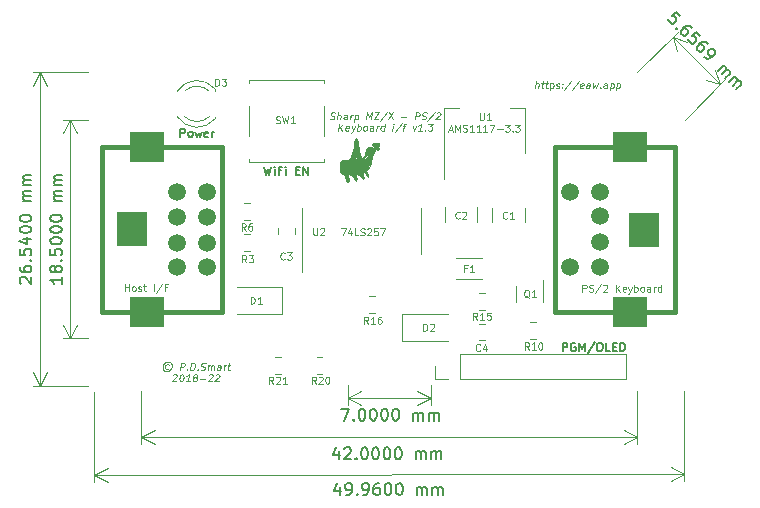
<source format=gbr>
G04 #@! TF.GenerationSoftware,KiCad,Pcbnew,(6.0.1-0)*
G04 #@! TF.CreationDate,2022-03-09T23:30:53+00:00*
G04 #@! TF.ProjectId,sharpkey,73686172-706b-4657-992e-6b696361645f,1.3*
G04 #@! TF.SameCoordinates,Original*
G04 #@! TF.FileFunction,Legend,Top*
G04 #@! TF.FilePolarity,Positive*
%FSLAX46Y46*%
G04 Gerber Fmt 4.6, Leading zero omitted, Abs format (unit mm)*
G04 Created by KiCad (PCBNEW (6.0.1-0)) date 2022-03-09 23:30:53*
%MOMM*%
%LPD*%
G01*
G04 APERTURE LIST*
%ADD10C,0.100000*%
%ADD11C,0.150000*%
%ADD12C,0.120000*%
%ADD13C,0.010000*%
%ADD14C,0.381000*%
%ADD15C,1.500000*%
%ADD16R,2.500000X3.000000*%
%ADD17R,3.000000X2.500000*%
G04 APERTURE END LIST*
D10*
X56336053Y-104731285D02*
X56282482Y-104702714D01*
X56168196Y-104702714D01*
X56107482Y-104731285D01*
X56043196Y-104788428D01*
X56007482Y-104845571D01*
X55993196Y-104959857D01*
X56014625Y-105017000D01*
X56064625Y-105074142D01*
X56118196Y-105102714D01*
X56232482Y-105102714D01*
X56293196Y-105074142D01*
X56250339Y-104502714D02*
X56103910Y-104531285D01*
X55950339Y-104617000D01*
X55846767Y-104759857D01*
X55800339Y-104902714D01*
X55811053Y-105045571D01*
X55878910Y-105188428D01*
X56011053Y-105274142D01*
X56150339Y-105302714D01*
X56296767Y-105274142D01*
X56450339Y-105188428D01*
X56553910Y-105045571D01*
X56600339Y-104902714D01*
X56589625Y-104759857D01*
X56521767Y-104617000D01*
X56389625Y-104531285D01*
X56250339Y-104502714D01*
X57278910Y-105188428D02*
X57353910Y-104588428D01*
X57582482Y-104588428D01*
X57636053Y-104617000D01*
X57661053Y-104645571D01*
X57682482Y-104702714D01*
X57671767Y-104788428D01*
X57636053Y-104845571D01*
X57603910Y-104874142D01*
X57543196Y-104902714D01*
X57314625Y-104902714D01*
X57886053Y-105131285D02*
X57911053Y-105159857D01*
X57878910Y-105188428D01*
X57853910Y-105159857D01*
X57886053Y-105131285D01*
X57878910Y-105188428D01*
X58164625Y-105188428D02*
X58239625Y-104588428D01*
X58382482Y-104588428D01*
X58464625Y-104617000D01*
X58514625Y-104674142D01*
X58536053Y-104731285D01*
X58550339Y-104845571D01*
X58539625Y-104931285D01*
X58496767Y-105045571D01*
X58461053Y-105102714D01*
X58396767Y-105159857D01*
X58307482Y-105188428D01*
X58164625Y-105188428D01*
X58771767Y-105131285D02*
X58796767Y-105159857D01*
X58764625Y-105188428D01*
X58739625Y-105159857D01*
X58771767Y-105131285D01*
X58764625Y-105188428D01*
X59025339Y-105159857D02*
X59107482Y-105188428D01*
X59250339Y-105188428D01*
X59311053Y-105159857D01*
X59343196Y-105131285D01*
X59378910Y-105074142D01*
X59386053Y-105017000D01*
X59364625Y-104959857D01*
X59339625Y-104931285D01*
X59286053Y-104902714D01*
X59175339Y-104874142D01*
X59121767Y-104845571D01*
X59096767Y-104817000D01*
X59075339Y-104759857D01*
X59082482Y-104702714D01*
X59118196Y-104645571D01*
X59150339Y-104617000D01*
X59211053Y-104588428D01*
X59353910Y-104588428D01*
X59436053Y-104617000D01*
X59621767Y-105188428D02*
X59671767Y-104788428D01*
X59664625Y-104845571D02*
X59696767Y-104817000D01*
X59757482Y-104788428D01*
X59843196Y-104788428D01*
X59896767Y-104817000D01*
X59918196Y-104874142D01*
X59878910Y-105188428D01*
X59918196Y-104874142D02*
X59953910Y-104817000D01*
X60014625Y-104788428D01*
X60100339Y-104788428D01*
X60153910Y-104817000D01*
X60175339Y-104874142D01*
X60136053Y-105188428D01*
X60678910Y-105188428D02*
X60718196Y-104874142D01*
X60696767Y-104817000D01*
X60643196Y-104788428D01*
X60528910Y-104788428D01*
X60468196Y-104817000D01*
X60682482Y-105159857D02*
X60621767Y-105188428D01*
X60478910Y-105188428D01*
X60425339Y-105159857D01*
X60403910Y-105102714D01*
X60411053Y-105045571D01*
X60446767Y-104988428D01*
X60507482Y-104959857D01*
X60650339Y-104959857D01*
X60711053Y-104931285D01*
X60964625Y-105188428D02*
X61014625Y-104788428D01*
X61000339Y-104902714D02*
X61036053Y-104845571D01*
X61068196Y-104817000D01*
X61128910Y-104788428D01*
X61186053Y-104788428D01*
X61300339Y-104788428D02*
X61528910Y-104788428D01*
X61411053Y-104588428D02*
X61346767Y-105102714D01*
X61368196Y-105159857D01*
X61421767Y-105188428D01*
X61478910Y-105188428D01*
X56689625Y-105611571D02*
X56721767Y-105583000D01*
X56782482Y-105554428D01*
X56925339Y-105554428D01*
X56978910Y-105583000D01*
X57003910Y-105611571D01*
X57025339Y-105668714D01*
X57018196Y-105725857D01*
X56978910Y-105811571D01*
X56593196Y-106154428D01*
X56964625Y-106154428D01*
X57411053Y-105554428D02*
X57468196Y-105554428D01*
X57521767Y-105583000D01*
X57546767Y-105611571D01*
X57568196Y-105668714D01*
X57582482Y-105783000D01*
X57564625Y-105925857D01*
X57521767Y-106040142D01*
X57486053Y-106097285D01*
X57453910Y-106125857D01*
X57393196Y-106154428D01*
X57336053Y-106154428D01*
X57282482Y-106125857D01*
X57257482Y-106097285D01*
X57236053Y-106040142D01*
X57221767Y-105925857D01*
X57239625Y-105783000D01*
X57282482Y-105668714D01*
X57318196Y-105611571D01*
X57350339Y-105583000D01*
X57411053Y-105554428D01*
X58107482Y-106154428D02*
X57764625Y-106154428D01*
X57936053Y-106154428D02*
X58011053Y-105554428D01*
X57943196Y-105640142D01*
X57878910Y-105697285D01*
X57818196Y-105725857D01*
X58493196Y-105811571D02*
X58439625Y-105783000D01*
X58414625Y-105754428D01*
X58393196Y-105697285D01*
X58396767Y-105668714D01*
X58432482Y-105611571D01*
X58464625Y-105583000D01*
X58525339Y-105554428D01*
X58639625Y-105554428D01*
X58693196Y-105583000D01*
X58718196Y-105611571D01*
X58739625Y-105668714D01*
X58736053Y-105697285D01*
X58700339Y-105754428D01*
X58668196Y-105783000D01*
X58607482Y-105811571D01*
X58493196Y-105811571D01*
X58432482Y-105840142D01*
X58400339Y-105868714D01*
X58364625Y-105925857D01*
X58350339Y-106040142D01*
X58371767Y-106097285D01*
X58396767Y-106125857D01*
X58450339Y-106154428D01*
X58564625Y-106154428D01*
X58625339Y-106125857D01*
X58657482Y-106097285D01*
X58693196Y-106040142D01*
X58707482Y-105925857D01*
X58686053Y-105868714D01*
X58661053Y-105840142D01*
X58607482Y-105811571D01*
X58964625Y-105925857D02*
X59421767Y-105925857D01*
X59718196Y-105611571D02*
X59750339Y-105583000D01*
X59811053Y-105554428D01*
X59953910Y-105554428D01*
X60007482Y-105583000D01*
X60032482Y-105611571D01*
X60053910Y-105668714D01*
X60046767Y-105725857D01*
X60007482Y-105811571D01*
X59621767Y-106154428D01*
X59993196Y-106154428D01*
X60289625Y-105611571D02*
X60321767Y-105583000D01*
X60382482Y-105554428D01*
X60525339Y-105554428D01*
X60578910Y-105583000D01*
X60603910Y-105611571D01*
X60625339Y-105668714D01*
X60618196Y-105725857D01*
X60578910Y-105811571D01*
X60193196Y-106154428D01*
X60564625Y-106154428D01*
X69993910Y-83939857D02*
X70076053Y-83968428D01*
X70218910Y-83968428D01*
X70279625Y-83939857D01*
X70311767Y-83911285D01*
X70347482Y-83854142D01*
X70354625Y-83797000D01*
X70333196Y-83739857D01*
X70308196Y-83711285D01*
X70254625Y-83682714D01*
X70143910Y-83654142D01*
X70090339Y-83625571D01*
X70065339Y-83597000D01*
X70043910Y-83539857D01*
X70051053Y-83482714D01*
X70086767Y-83425571D01*
X70118910Y-83397000D01*
X70179625Y-83368428D01*
X70322482Y-83368428D01*
X70404625Y-83397000D01*
X70590339Y-83968428D02*
X70665339Y-83368428D01*
X70847482Y-83968428D02*
X70886767Y-83654142D01*
X70865339Y-83597000D01*
X70811767Y-83568428D01*
X70726053Y-83568428D01*
X70665339Y-83597000D01*
X70633196Y-83625571D01*
X71390339Y-83968428D02*
X71429625Y-83654142D01*
X71408196Y-83597000D01*
X71354625Y-83568428D01*
X71240339Y-83568428D01*
X71179625Y-83597000D01*
X71393910Y-83939857D02*
X71333196Y-83968428D01*
X71190339Y-83968428D01*
X71136767Y-83939857D01*
X71115339Y-83882714D01*
X71122482Y-83825571D01*
X71158196Y-83768428D01*
X71218910Y-83739857D01*
X71361767Y-83739857D01*
X71422482Y-83711285D01*
X71676053Y-83968428D02*
X71726053Y-83568428D01*
X71711767Y-83682714D02*
X71747482Y-83625571D01*
X71779625Y-83597000D01*
X71840339Y-83568428D01*
X71897482Y-83568428D01*
X72097482Y-83568428D02*
X72022482Y-84168428D01*
X72093910Y-83597000D02*
X72154625Y-83568428D01*
X72268910Y-83568428D01*
X72322482Y-83597000D01*
X72347482Y-83625571D01*
X72368910Y-83682714D01*
X72347482Y-83854142D01*
X72311767Y-83911285D01*
X72279625Y-83939857D01*
X72218910Y-83968428D01*
X72104625Y-83968428D01*
X72051053Y-83939857D01*
X73047482Y-83968428D02*
X73122482Y-83368428D01*
X73268910Y-83797000D01*
X73522482Y-83368428D01*
X73447482Y-83968428D01*
X73751053Y-83368428D02*
X74151053Y-83368428D01*
X73676053Y-83968428D01*
X74076053Y-83968428D01*
X74811767Y-83339857D02*
X74201053Y-84111285D01*
X74951053Y-83368428D02*
X75276053Y-83968428D01*
X75351053Y-83368428D02*
X74876053Y-83968428D01*
X75990339Y-83739857D02*
X76447482Y-83739857D01*
X77161767Y-83968428D02*
X77236767Y-83368428D01*
X77465339Y-83368428D01*
X77518910Y-83397000D01*
X77543910Y-83425571D01*
X77565339Y-83482714D01*
X77554625Y-83568428D01*
X77518910Y-83625571D01*
X77486767Y-83654142D01*
X77426053Y-83682714D01*
X77197482Y-83682714D01*
X77736767Y-83939857D02*
X77818910Y-83968428D01*
X77961767Y-83968428D01*
X78022482Y-83939857D01*
X78054625Y-83911285D01*
X78090339Y-83854142D01*
X78097482Y-83797000D01*
X78076053Y-83739857D01*
X78051053Y-83711285D01*
X77997482Y-83682714D01*
X77886767Y-83654142D01*
X77833196Y-83625571D01*
X77808196Y-83597000D01*
X77786767Y-83539857D01*
X77793910Y-83482714D01*
X77829625Y-83425571D01*
X77861767Y-83397000D01*
X77922482Y-83368428D01*
X78065339Y-83368428D01*
X78147482Y-83397000D01*
X78840339Y-83339857D02*
X78229625Y-84111285D01*
X79001053Y-83425571D02*
X79033196Y-83397000D01*
X79093910Y-83368428D01*
X79236767Y-83368428D01*
X79290339Y-83397000D01*
X79315339Y-83425571D01*
X79336767Y-83482714D01*
X79329625Y-83539857D01*
X79290339Y-83625571D01*
X78904625Y-83968428D01*
X79276053Y-83968428D01*
X70690339Y-84934428D02*
X70765339Y-84334428D01*
X71033196Y-84934428D02*
X70818910Y-84591571D01*
X71108196Y-84334428D02*
X70722482Y-84677285D01*
X71522482Y-84905857D02*
X71461767Y-84934428D01*
X71347482Y-84934428D01*
X71293910Y-84905857D01*
X71272482Y-84848714D01*
X71301053Y-84620142D01*
X71336767Y-84563000D01*
X71397482Y-84534428D01*
X71511767Y-84534428D01*
X71565339Y-84563000D01*
X71586767Y-84620142D01*
X71579625Y-84677285D01*
X71286767Y-84734428D01*
X71797482Y-84534428D02*
X71890339Y-84934428D01*
X72083196Y-84534428D02*
X71890339Y-84934428D01*
X71815339Y-85077285D01*
X71783196Y-85105857D01*
X71722482Y-85134428D01*
X72261767Y-84934428D02*
X72336767Y-84334428D01*
X72308196Y-84563000D02*
X72368910Y-84534428D01*
X72483196Y-84534428D01*
X72536767Y-84563000D01*
X72561767Y-84591571D01*
X72583196Y-84648714D01*
X72561767Y-84820142D01*
X72526053Y-84877285D01*
X72493910Y-84905857D01*
X72433196Y-84934428D01*
X72318910Y-84934428D01*
X72265339Y-84905857D01*
X72890339Y-84934428D02*
X72836767Y-84905857D01*
X72811767Y-84877285D01*
X72790339Y-84820142D01*
X72811767Y-84648714D01*
X72847482Y-84591571D01*
X72879625Y-84563000D01*
X72940339Y-84534428D01*
X73026053Y-84534428D01*
X73079625Y-84563000D01*
X73104625Y-84591571D01*
X73126053Y-84648714D01*
X73104625Y-84820142D01*
X73068910Y-84877285D01*
X73036767Y-84905857D01*
X72976053Y-84934428D01*
X72890339Y-84934428D01*
X73604625Y-84934428D02*
X73643910Y-84620142D01*
X73622482Y-84563000D01*
X73568910Y-84534428D01*
X73454625Y-84534428D01*
X73393910Y-84563000D01*
X73608196Y-84905857D02*
X73547482Y-84934428D01*
X73404625Y-84934428D01*
X73351053Y-84905857D01*
X73329625Y-84848714D01*
X73336767Y-84791571D01*
X73372482Y-84734428D01*
X73433196Y-84705857D01*
X73576053Y-84705857D01*
X73636767Y-84677285D01*
X73890339Y-84934428D02*
X73940339Y-84534428D01*
X73926053Y-84648714D02*
X73961767Y-84591571D01*
X73993910Y-84563000D01*
X74054625Y-84534428D01*
X74111767Y-84534428D01*
X74518910Y-84934428D02*
X74593910Y-84334428D01*
X74522482Y-84905857D02*
X74461767Y-84934428D01*
X74347482Y-84934428D01*
X74293910Y-84905857D01*
X74268910Y-84877285D01*
X74247482Y-84820142D01*
X74268910Y-84648714D01*
X74304625Y-84591571D01*
X74336767Y-84563000D01*
X74397482Y-84534428D01*
X74511767Y-84534428D01*
X74565339Y-84563000D01*
X75261767Y-84934428D02*
X75311767Y-84534428D01*
X75336767Y-84334428D02*
X75304625Y-84363000D01*
X75329625Y-84391571D01*
X75361767Y-84363000D01*
X75336767Y-84334428D01*
X75329625Y-84391571D01*
X76054625Y-84305857D02*
X75443910Y-85077285D01*
X76140339Y-84534428D02*
X76368910Y-84534428D01*
X76176053Y-84934428D02*
X76240339Y-84420142D01*
X76276053Y-84363000D01*
X76336767Y-84334428D01*
X76393910Y-84334428D01*
X76968910Y-84534428D02*
X77061767Y-84934428D01*
X77254625Y-84534428D01*
X77747482Y-84934428D02*
X77404625Y-84934428D01*
X77576053Y-84934428D02*
X77651053Y-84334428D01*
X77583196Y-84420142D01*
X77518910Y-84477285D01*
X77458196Y-84505857D01*
X78011767Y-84877285D02*
X78036767Y-84905857D01*
X78004625Y-84934428D01*
X77979625Y-84905857D01*
X78011767Y-84877285D01*
X78004625Y-84934428D01*
X78308196Y-84334428D02*
X78679625Y-84334428D01*
X78451053Y-84563000D01*
X78536767Y-84563000D01*
X78590339Y-84591571D01*
X78615339Y-84620142D01*
X78636767Y-84677285D01*
X78618910Y-84820142D01*
X78583196Y-84877285D01*
X78551053Y-84905857D01*
X78490339Y-84934428D01*
X78318910Y-84934428D01*
X78265339Y-84905857D01*
X78240339Y-84877285D01*
X87366053Y-81321428D02*
X87441053Y-80721428D01*
X87623196Y-81321428D02*
X87662482Y-81007142D01*
X87641053Y-80950000D01*
X87587482Y-80921428D01*
X87501767Y-80921428D01*
X87441053Y-80950000D01*
X87408910Y-80978571D01*
X87873196Y-80921428D02*
X88101767Y-80921428D01*
X87983910Y-80721428D02*
X87919625Y-81235714D01*
X87941053Y-81292857D01*
X87994625Y-81321428D01*
X88051767Y-81321428D01*
X88216053Y-80921428D02*
X88444625Y-80921428D01*
X88326767Y-80721428D02*
X88262482Y-81235714D01*
X88283910Y-81292857D01*
X88337482Y-81321428D01*
X88394625Y-81321428D01*
X88644625Y-80921428D02*
X88569625Y-81521428D01*
X88641053Y-80950000D02*
X88701767Y-80921428D01*
X88816053Y-80921428D01*
X88869625Y-80950000D01*
X88894625Y-80978571D01*
X88916053Y-81035714D01*
X88894625Y-81207142D01*
X88858910Y-81264285D01*
X88826767Y-81292857D01*
X88766053Y-81321428D01*
X88651767Y-81321428D01*
X88598196Y-81292857D01*
X89112482Y-81292857D02*
X89166053Y-81321428D01*
X89280339Y-81321428D01*
X89341053Y-81292857D01*
X89376767Y-81235714D01*
X89380339Y-81207142D01*
X89358910Y-81150000D01*
X89305339Y-81121428D01*
X89219625Y-81121428D01*
X89166053Y-81092857D01*
X89144625Y-81035714D01*
X89148196Y-81007142D01*
X89183910Y-80950000D01*
X89244625Y-80921428D01*
X89330339Y-80921428D01*
X89383910Y-80950000D01*
X89630339Y-81264285D02*
X89655339Y-81292857D01*
X89623196Y-81321428D01*
X89598196Y-81292857D01*
X89630339Y-81264285D01*
X89623196Y-81321428D01*
X89669625Y-80950000D02*
X89694625Y-80978571D01*
X89662482Y-81007142D01*
X89637482Y-80978571D01*
X89669625Y-80950000D01*
X89662482Y-81007142D01*
X90416053Y-80692857D02*
X89805339Y-81464285D01*
X91044625Y-80692857D02*
X90433910Y-81464285D01*
X91398196Y-81292857D02*
X91337482Y-81321428D01*
X91223196Y-81321428D01*
X91169625Y-81292857D01*
X91148196Y-81235714D01*
X91176767Y-81007142D01*
X91212482Y-80950000D01*
X91273196Y-80921428D01*
X91387482Y-80921428D01*
X91441053Y-80950000D01*
X91462482Y-81007142D01*
X91455339Y-81064285D01*
X91162482Y-81121428D01*
X91937482Y-81321428D02*
X91976767Y-81007142D01*
X91955339Y-80950000D01*
X91901767Y-80921428D01*
X91787482Y-80921428D01*
X91726767Y-80950000D01*
X91941053Y-81292857D02*
X91880339Y-81321428D01*
X91737482Y-81321428D01*
X91683910Y-81292857D01*
X91662482Y-81235714D01*
X91669625Y-81178571D01*
X91705339Y-81121428D01*
X91766053Y-81092857D01*
X91908910Y-81092857D01*
X91969625Y-81064285D01*
X92216053Y-80921428D02*
X92280339Y-81321428D01*
X92430339Y-81035714D01*
X92508910Y-81321428D01*
X92673196Y-80921428D01*
X92858910Y-81264285D02*
X92883910Y-81292857D01*
X92851767Y-81321428D01*
X92826767Y-81292857D01*
X92858910Y-81264285D01*
X92851767Y-81321428D01*
X93394625Y-81321428D02*
X93433910Y-81007142D01*
X93412482Y-80950000D01*
X93358910Y-80921428D01*
X93244625Y-80921428D01*
X93183910Y-80950000D01*
X93398196Y-81292857D02*
X93337482Y-81321428D01*
X93194625Y-81321428D01*
X93141053Y-81292857D01*
X93119625Y-81235714D01*
X93126767Y-81178571D01*
X93162482Y-81121428D01*
X93223196Y-81092857D01*
X93366053Y-81092857D01*
X93426767Y-81064285D01*
X93730339Y-80921428D02*
X93655339Y-81521428D01*
X93726767Y-80950000D02*
X93787482Y-80921428D01*
X93901767Y-80921428D01*
X93955339Y-80950000D01*
X93980339Y-80978571D01*
X94001767Y-81035714D01*
X93980339Y-81207142D01*
X93944625Y-81264285D01*
X93912482Y-81292857D01*
X93851767Y-81321428D01*
X93737482Y-81321428D01*
X93683910Y-81292857D01*
X94273196Y-80921428D02*
X94198196Y-81521428D01*
X94269625Y-80950000D02*
X94330339Y-80921428D01*
X94444625Y-80921428D01*
X94498196Y-80950000D01*
X94523196Y-80978571D01*
X94544625Y-81035714D01*
X94523196Y-81207142D01*
X94487482Y-81264285D01*
X94455339Y-81292857D01*
X94394625Y-81321428D01*
X94280339Y-81321428D01*
X94226767Y-81292857D01*
D11*
X43787619Y-97869047D02*
X43740000Y-97821428D01*
X43692380Y-97726190D01*
X43692380Y-97488095D01*
X43740000Y-97392857D01*
X43787619Y-97345238D01*
X43882857Y-97297619D01*
X43978095Y-97297619D01*
X44120952Y-97345238D01*
X44692380Y-97916666D01*
X44692380Y-97297619D01*
X43692380Y-96440476D02*
X43692380Y-96630952D01*
X43740000Y-96726190D01*
X43787619Y-96773809D01*
X43930476Y-96869047D01*
X44120952Y-96916666D01*
X44501904Y-96916666D01*
X44597142Y-96869047D01*
X44644761Y-96821428D01*
X44692380Y-96726190D01*
X44692380Y-96535714D01*
X44644761Y-96440476D01*
X44597142Y-96392857D01*
X44501904Y-96345238D01*
X44263809Y-96345238D01*
X44168571Y-96392857D01*
X44120952Y-96440476D01*
X44073333Y-96535714D01*
X44073333Y-96726190D01*
X44120952Y-96821428D01*
X44168571Y-96869047D01*
X44263809Y-96916666D01*
X44597142Y-95916666D02*
X44644761Y-95869047D01*
X44692380Y-95916666D01*
X44644761Y-95964285D01*
X44597142Y-95916666D01*
X44692380Y-95916666D01*
X43692380Y-94964285D02*
X43692380Y-95440476D01*
X44168571Y-95488095D01*
X44120952Y-95440476D01*
X44073333Y-95345238D01*
X44073333Y-95107142D01*
X44120952Y-95011904D01*
X44168571Y-94964285D01*
X44263809Y-94916666D01*
X44501904Y-94916666D01*
X44597142Y-94964285D01*
X44644761Y-95011904D01*
X44692380Y-95107142D01*
X44692380Y-95345238D01*
X44644761Y-95440476D01*
X44597142Y-95488095D01*
X44025714Y-94059523D02*
X44692380Y-94059523D01*
X43644761Y-94297619D02*
X44359047Y-94535714D01*
X44359047Y-93916666D01*
X43692380Y-93345238D02*
X43692380Y-93250000D01*
X43740000Y-93154761D01*
X43787619Y-93107142D01*
X43882857Y-93059523D01*
X44073333Y-93011904D01*
X44311428Y-93011904D01*
X44501904Y-93059523D01*
X44597142Y-93107142D01*
X44644761Y-93154761D01*
X44692380Y-93250000D01*
X44692380Y-93345238D01*
X44644761Y-93440476D01*
X44597142Y-93488095D01*
X44501904Y-93535714D01*
X44311428Y-93583333D01*
X44073333Y-93583333D01*
X43882857Y-93535714D01*
X43787619Y-93488095D01*
X43740000Y-93440476D01*
X43692380Y-93345238D01*
X43692380Y-92392857D02*
X43692380Y-92297619D01*
X43740000Y-92202380D01*
X43787619Y-92154761D01*
X43882857Y-92107142D01*
X44073333Y-92059523D01*
X44311428Y-92059523D01*
X44501904Y-92107142D01*
X44597142Y-92154761D01*
X44644761Y-92202380D01*
X44692380Y-92297619D01*
X44692380Y-92392857D01*
X44644761Y-92488095D01*
X44597142Y-92535714D01*
X44501904Y-92583333D01*
X44311428Y-92630952D01*
X44073333Y-92630952D01*
X43882857Y-92583333D01*
X43787619Y-92535714D01*
X43740000Y-92488095D01*
X43692380Y-92392857D01*
X44692380Y-90869047D02*
X44025714Y-90869047D01*
X44120952Y-90869047D02*
X44073333Y-90821428D01*
X44025714Y-90726190D01*
X44025714Y-90583333D01*
X44073333Y-90488095D01*
X44168571Y-90440476D01*
X44692380Y-90440476D01*
X44168571Y-90440476D02*
X44073333Y-90392857D01*
X44025714Y-90297619D01*
X44025714Y-90154761D01*
X44073333Y-90059523D01*
X44168571Y-90011904D01*
X44692380Y-90011904D01*
X44692380Y-89535714D02*
X44025714Y-89535714D01*
X44120952Y-89535714D02*
X44073333Y-89488095D01*
X44025714Y-89392857D01*
X44025714Y-89250000D01*
X44073333Y-89154761D01*
X44168571Y-89107142D01*
X44692380Y-89107142D01*
X44168571Y-89107142D02*
X44073333Y-89059523D01*
X44025714Y-88964285D01*
X44025714Y-88821428D01*
X44073333Y-88726190D01*
X44168571Y-88678571D01*
X44692380Y-88678571D01*
D12*
X49510000Y-79980000D02*
X44803580Y-79980000D01*
X49510000Y-106520000D02*
X44803580Y-106520000D01*
X45390000Y-79980000D02*
X45390000Y-106520000D01*
X45390000Y-79980000D02*
X45390000Y-106520000D01*
X45390000Y-79980000D02*
X44803579Y-81106504D01*
X45390000Y-79980000D02*
X45976421Y-81106504D01*
X45390000Y-106520000D02*
X45976421Y-105393496D01*
X45390000Y-106520000D02*
X44803579Y-105393496D01*
D11*
X47282380Y-97297620D02*
X47282380Y-97869048D01*
X47282380Y-97583334D02*
X46282380Y-97583334D01*
X46425238Y-97678572D01*
X46520476Y-97773810D01*
X46568095Y-97869048D01*
X46710952Y-96726191D02*
X46663333Y-96821429D01*
X46615714Y-96869048D01*
X46520476Y-96916667D01*
X46472857Y-96916667D01*
X46377619Y-96869048D01*
X46330000Y-96821429D01*
X46282380Y-96726191D01*
X46282380Y-96535715D01*
X46330000Y-96440477D01*
X46377619Y-96392858D01*
X46472857Y-96345239D01*
X46520476Y-96345239D01*
X46615714Y-96392858D01*
X46663333Y-96440477D01*
X46710952Y-96535715D01*
X46710952Y-96726191D01*
X46758571Y-96821429D01*
X46806190Y-96869048D01*
X46901428Y-96916667D01*
X47091904Y-96916667D01*
X47187142Y-96869048D01*
X47234761Y-96821429D01*
X47282380Y-96726191D01*
X47282380Y-96535715D01*
X47234761Y-96440477D01*
X47187142Y-96392858D01*
X47091904Y-96345239D01*
X46901428Y-96345239D01*
X46806190Y-96392858D01*
X46758571Y-96440477D01*
X46710952Y-96535715D01*
X47187142Y-95916667D02*
X47234761Y-95869048D01*
X47282380Y-95916667D01*
X47234761Y-95964286D01*
X47187142Y-95916667D01*
X47282380Y-95916667D01*
X46282380Y-94964286D02*
X46282380Y-95440477D01*
X46758571Y-95488096D01*
X46710952Y-95440477D01*
X46663333Y-95345239D01*
X46663333Y-95107143D01*
X46710952Y-95011905D01*
X46758571Y-94964286D01*
X46853809Y-94916667D01*
X47091904Y-94916667D01*
X47187142Y-94964286D01*
X47234761Y-95011905D01*
X47282380Y-95107143D01*
X47282380Y-95345239D01*
X47234761Y-95440477D01*
X47187142Y-95488096D01*
X46282380Y-94297620D02*
X46282380Y-94202381D01*
X46330000Y-94107143D01*
X46377619Y-94059524D01*
X46472857Y-94011905D01*
X46663333Y-93964286D01*
X46901428Y-93964286D01*
X47091904Y-94011905D01*
X47187142Y-94059524D01*
X47234761Y-94107143D01*
X47282380Y-94202381D01*
X47282380Y-94297620D01*
X47234761Y-94392858D01*
X47187142Y-94440477D01*
X47091904Y-94488096D01*
X46901428Y-94535715D01*
X46663333Y-94535715D01*
X46472857Y-94488096D01*
X46377619Y-94440477D01*
X46330000Y-94392858D01*
X46282380Y-94297620D01*
X46282380Y-93345239D02*
X46282380Y-93250001D01*
X46330000Y-93154762D01*
X46377619Y-93107143D01*
X46472857Y-93059524D01*
X46663333Y-93011905D01*
X46901428Y-93011905D01*
X47091904Y-93059524D01*
X47187142Y-93107143D01*
X47234761Y-93154762D01*
X47282380Y-93250001D01*
X47282380Y-93345239D01*
X47234761Y-93440477D01*
X47187142Y-93488096D01*
X47091904Y-93535715D01*
X46901428Y-93583334D01*
X46663333Y-93583334D01*
X46472857Y-93535715D01*
X46377619Y-93488096D01*
X46330000Y-93440477D01*
X46282380Y-93345239D01*
X46282380Y-92392858D02*
X46282380Y-92297620D01*
X46330000Y-92202381D01*
X46377619Y-92154762D01*
X46472857Y-92107143D01*
X46663333Y-92059524D01*
X46901428Y-92059524D01*
X47091904Y-92107143D01*
X47187142Y-92154762D01*
X47234761Y-92202381D01*
X47282380Y-92297620D01*
X47282380Y-92392858D01*
X47234761Y-92488096D01*
X47187142Y-92535715D01*
X47091904Y-92583334D01*
X46901428Y-92630953D01*
X46663333Y-92630953D01*
X46472857Y-92583334D01*
X46377619Y-92535715D01*
X46330000Y-92488096D01*
X46282380Y-92392858D01*
X47282380Y-90869048D02*
X46615714Y-90869048D01*
X46710952Y-90869048D02*
X46663333Y-90821429D01*
X46615714Y-90726191D01*
X46615714Y-90583334D01*
X46663333Y-90488096D01*
X46758571Y-90440477D01*
X47282380Y-90440477D01*
X46758571Y-90440477D02*
X46663333Y-90392858D01*
X46615714Y-90297620D01*
X46615714Y-90154762D01*
X46663333Y-90059524D01*
X46758571Y-90011905D01*
X47282380Y-90011905D01*
X47282380Y-89535715D02*
X46615714Y-89535715D01*
X46710952Y-89535715D02*
X46663333Y-89488096D01*
X46615714Y-89392858D01*
X46615714Y-89250001D01*
X46663333Y-89154762D01*
X46758571Y-89107143D01*
X47282380Y-89107143D01*
X46758571Y-89107143D02*
X46663333Y-89059524D01*
X46615714Y-88964286D01*
X46615714Y-88821429D01*
X46663333Y-88726191D01*
X46758571Y-88678572D01*
X47282380Y-88678572D01*
D12*
X49500000Y-84000000D02*
X47393580Y-84000000D01*
X49500001Y-102500002D02*
X47393581Y-102500002D01*
X47980000Y-84000000D02*
X47980001Y-102500002D01*
X47980000Y-84000000D02*
X47980001Y-102500002D01*
X47980000Y-84000000D02*
X47393579Y-85126504D01*
X47980000Y-84000000D02*
X48566421Y-85126504D01*
X47980001Y-102500002D02*
X48566422Y-101373498D01*
X47980001Y-102500002D02*
X47393580Y-101373498D01*
D11*
X70797014Y-115108202D02*
X70797415Y-115774868D01*
X70558690Y-114727392D02*
X70321024Y-115441821D01*
X70940072Y-115441449D01*
X71368843Y-115774525D02*
X71559319Y-115774411D01*
X71654529Y-115726734D01*
X71702119Y-115679087D01*
X71797272Y-115536172D01*
X71844776Y-115345668D01*
X71844548Y-114964715D01*
X71796871Y-114869506D01*
X71749224Y-114821915D01*
X71653957Y-114774354D01*
X71463481Y-114774468D01*
X71368271Y-114822144D01*
X71320681Y-114869792D01*
X71273119Y-114965058D01*
X71273262Y-115203154D01*
X71320938Y-115298363D01*
X71368586Y-115345954D01*
X71463853Y-115393515D01*
X71654329Y-115393401D01*
X71749538Y-115345725D01*
X71797129Y-115298077D01*
X71844690Y-115202811D01*
X72273548Y-115678744D02*
X72321195Y-115726334D01*
X72273605Y-115773982D01*
X72225957Y-115726391D01*
X72273548Y-115678744D01*
X72273605Y-115773982D01*
X72797414Y-115773667D02*
X72987891Y-115773553D01*
X73083100Y-115725877D01*
X73130690Y-115678229D01*
X73225843Y-115535315D01*
X73273347Y-115344810D01*
X73273119Y-114963858D01*
X73225442Y-114868648D01*
X73177795Y-114821058D01*
X73082528Y-114773496D01*
X72892052Y-114773610D01*
X72796843Y-114821286D01*
X72749252Y-114868934D01*
X72701690Y-114964201D01*
X72701833Y-115202296D01*
X72749509Y-115297505D01*
X72797157Y-115345096D01*
X72892424Y-115392658D01*
X73082900Y-115392543D01*
X73178109Y-115344867D01*
X73225700Y-115297219D01*
X73273262Y-115201953D01*
X74130147Y-114772867D02*
X73939671Y-114772981D01*
X73844461Y-114820657D01*
X73796871Y-114868305D01*
X73701719Y-115011219D01*
X73654214Y-115201724D01*
X73654443Y-115582676D01*
X73702119Y-115677886D01*
X73749767Y-115725476D01*
X73845033Y-115773038D01*
X74035509Y-115772924D01*
X74130719Y-115725247D01*
X74178309Y-115677600D01*
X74225871Y-115582333D01*
X74225728Y-115344238D01*
X74178052Y-115249028D01*
X74130404Y-115201438D01*
X74035138Y-115153876D01*
X73844662Y-115153991D01*
X73749452Y-115201667D01*
X73701862Y-115249314D01*
X73654300Y-115344581D01*
X74844433Y-114772438D02*
X74939671Y-114772381D01*
X75034937Y-114819942D01*
X75082585Y-114867533D01*
X75130261Y-114962742D01*
X75177995Y-115153190D01*
X75178138Y-115391285D01*
X75130633Y-115581790D01*
X75083071Y-115677057D01*
X75035481Y-115724704D01*
X74940271Y-115772380D01*
X74845033Y-115772438D01*
X74749766Y-115724876D01*
X74702119Y-115677285D01*
X74654443Y-115582076D01*
X74606709Y-115391628D01*
X74606566Y-115153533D01*
X74654071Y-114963028D01*
X74701633Y-114867762D01*
X74749223Y-114820114D01*
X74844433Y-114772438D01*
X75796813Y-114771866D02*
X75892051Y-114771809D01*
X75987318Y-114819371D01*
X76034966Y-114866961D01*
X76082642Y-114962170D01*
X76130375Y-115152618D01*
X76130518Y-115390713D01*
X76083014Y-115581218D01*
X76035452Y-115676485D01*
X75987861Y-115724132D01*
X75892652Y-115771808D01*
X75797414Y-115771866D01*
X75702147Y-115724304D01*
X75654500Y-115676713D01*
X75606823Y-115581504D01*
X75559090Y-115391056D01*
X75558947Y-115152961D01*
X75606452Y-114962456D01*
X75654013Y-114867190D01*
X75701604Y-114819542D01*
X75796813Y-114771866D01*
X77321223Y-115770951D02*
X77320823Y-115104284D01*
X77320880Y-115199522D02*
X77368470Y-115151875D01*
X77463680Y-115104198D01*
X77606537Y-115104113D01*
X77701804Y-115151674D01*
X77749480Y-115246884D01*
X77749794Y-115770693D01*
X77749480Y-115246884D02*
X77797042Y-115151617D01*
X77892251Y-115103941D01*
X78035108Y-115103855D01*
X78130375Y-115151417D01*
X78178051Y-115246627D01*
X78178366Y-115770436D01*
X78654556Y-115770150D02*
X78654156Y-115103483D01*
X78654213Y-115198722D02*
X78701804Y-115151074D01*
X78797013Y-115103398D01*
X78939870Y-115103312D01*
X79035137Y-115150874D01*
X79082813Y-115246083D01*
X79083128Y-115769893D01*
X79082813Y-115246083D02*
X79130375Y-115150817D01*
X79225584Y-115103140D01*
X79368441Y-115103055D01*
X79463708Y-115150616D01*
X79511384Y-115245826D01*
X79511699Y-115769635D01*
D12*
X50010300Y-107020000D02*
X50014874Y-114636916D01*
X99970300Y-106990000D02*
X99974874Y-114606916D01*
X50014522Y-114050496D02*
X99974522Y-114020496D01*
X50014522Y-114050496D02*
X99974522Y-114020496D01*
X50014522Y-114050496D02*
X51141378Y-114636240D01*
X50014522Y-114050496D02*
X51140673Y-113463399D01*
X99974522Y-114020496D02*
X98847666Y-113434752D01*
X99974522Y-114020496D02*
X98848371Y-114607593D01*
D11*
X99636345Y-75245548D02*
X99299627Y-74908831D01*
X98929238Y-75211876D01*
X98996581Y-75211876D01*
X99097597Y-75245548D01*
X99265955Y-75413907D01*
X99299627Y-75514922D01*
X99299627Y-75582266D01*
X99265955Y-75683281D01*
X99097597Y-75851640D01*
X98996581Y-75885312D01*
X98929238Y-75885312D01*
X98828222Y-75851640D01*
X98659864Y-75683281D01*
X98626192Y-75582266D01*
X98626192Y-75514922D01*
X99333299Y-76222029D02*
X99333299Y-76289373D01*
X99265955Y-76289373D01*
X99265955Y-76222029D01*
X99333299Y-76222029D01*
X99265955Y-76289373D01*
X100612825Y-76222029D02*
X100478138Y-76087342D01*
X100377123Y-76053670D01*
X100309780Y-76053670D01*
X100141421Y-76087342D01*
X99973062Y-76188357D01*
X99703688Y-76457731D01*
X99670016Y-76558747D01*
X99670016Y-76626090D01*
X99703688Y-76727105D01*
X99838375Y-76861792D01*
X99939390Y-76895464D01*
X100006734Y-76895464D01*
X100107749Y-76861792D01*
X100276108Y-76693434D01*
X100309780Y-76592418D01*
X100309780Y-76525075D01*
X100276108Y-76424060D01*
X100141421Y-76289373D01*
X100040406Y-76255701D01*
X99973062Y-76255701D01*
X99872047Y-76289373D01*
X101319932Y-76929136D02*
X100983215Y-76592418D01*
X100612825Y-76895464D01*
X100680169Y-76895464D01*
X100781184Y-76929136D01*
X100949543Y-77097495D01*
X100983215Y-77198510D01*
X100983215Y-77265853D01*
X100949543Y-77366869D01*
X100781184Y-77535227D01*
X100680169Y-77568899D01*
X100612825Y-77568899D01*
X100511810Y-77535227D01*
X100343451Y-77366869D01*
X100309780Y-77265853D01*
X100309780Y-77198510D01*
X101959695Y-77568899D02*
X101825008Y-77434212D01*
X101723993Y-77400540D01*
X101656650Y-77400540D01*
X101488291Y-77434212D01*
X101319932Y-77535227D01*
X101050558Y-77804601D01*
X101016886Y-77905617D01*
X101016886Y-77972960D01*
X101050558Y-78073975D01*
X101185245Y-78208662D01*
X101286260Y-78242334D01*
X101353604Y-78242334D01*
X101454619Y-78208662D01*
X101622978Y-78040304D01*
X101656650Y-77939288D01*
X101656650Y-77871945D01*
X101622978Y-77770930D01*
X101488291Y-77636243D01*
X101387276Y-77602571D01*
X101319932Y-77602571D01*
X101218917Y-77636243D01*
X101656650Y-78680067D02*
X101791337Y-78814754D01*
X101892352Y-78848426D01*
X101959695Y-78848426D01*
X102128054Y-78814754D01*
X102296413Y-78713739D01*
X102565787Y-78444365D01*
X102599459Y-78343349D01*
X102599459Y-78276006D01*
X102565787Y-78174991D01*
X102431100Y-78040304D01*
X102330085Y-78006632D01*
X102262741Y-78006632D01*
X102161726Y-78040304D01*
X101993367Y-78208662D01*
X101959695Y-78309678D01*
X101959695Y-78377021D01*
X101993367Y-78478036D01*
X102128054Y-78612723D01*
X102229069Y-78646395D01*
X102296413Y-78646395D01*
X102397428Y-78612723D01*
X102835161Y-79858578D02*
X103306565Y-79387174D01*
X103239222Y-79454517D02*
X103306565Y-79454517D01*
X103407581Y-79488189D01*
X103508596Y-79589204D01*
X103542268Y-79690219D01*
X103508596Y-79791235D01*
X103138207Y-80161624D01*
X103508596Y-79791235D02*
X103609611Y-79757563D01*
X103710626Y-79791235D01*
X103811642Y-79892250D01*
X103845313Y-79993265D01*
X103811642Y-80094280D01*
X103441252Y-80464670D01*
X103777970Y-80801387D02*
X104249374Y-80329983D01*
X104182031Y-80397326D02*
X104249374Y-80397326D01*
X104350390Y-80430998D01*
X104451405Y-80532013D01*
X104485077Y-80633028D01*
X104451405Y-80734044D01*
X104081016Y-81104433D01*
X104451405Y-80734044D02*
X104552420Y-80700372D01*
X104653436Y-80734044D01*
X104754451Y-80835059D01*
X104788123Y-80936074D01*
X104754451Y-81037090D01*
X104384061Y-81407479D01*
D12*
X100000000Y-84000000D02*
X103409661Y-80590339D01*
X96000000Y-80000000D02*
X99409661Y-76590339D01*
X102995000Y-81005000D02*
X98995000Y-77005000D01*
X102995000Y-81005000D02*
X98995000Y-77005000D01*
X102995000Y-81005000D02*
X102613104Y-79793779D01*
X102995000Y-81005000D02*
X101783779Y-80623104D01*
X98995000Y-77005000D02*
X99376896Y-78216221D01*
X98995000Y-77005000D02*
X100206221Y-77386896D01*
D11*
X70697142Y-112085714D02*
X70697142Y-112752380D01*
X70459047Y-111704761D02*
X70220952Y-112419047D01*
X70840000Y-112419047D01*
X71173333Y-111847619D02*
X71220952Y-111800000D01*
X71316190Y-111752380D01*
X71554285Y-111752380D01*
X71649523Y-111800000D01*
X71697142Y-111847619D01*
X71744761Y-111942857D01*
X71744761Y-112038095D01*
X71697142Y-112180952D01*
X71125714Y-112752380D01*
X71744761Y-112752380D01*
X72173333Y-112657142D02*
X72220952Y-112704761D01*
X72173333Y-112752380D01*
X72125714Y-112704761D01*
X72173333Y-112657142D01*
X72173333Y-112752380D01*
X72840000Y-111752380D02*
X72935238Y-111752380D01*
X73030476Y-111800000D01*
X73078095Y-111847619D01*
X73125714Y-111942857D01*
X73173333Y-112133333D01*
X73173333Y-112371428D01*
X73125714Y-112561904D01*
X73078095Y-112657142D01*
X73030476Y-112704761D01*
X72935238Y-112752380D01*
X72840000Y-112752380D01*
X72744761Y-112704761D01*
X72697142Y-112657142D01*
X72649523Y-112561904D01*
X72601904Y-112371428D01*
X72601904Y-112133333D01*
X72649523Y-111942857D01*
X72697142Y-111847619D01*
X72744761Y-111800000D01*
X72840000Y-111752380D01*
X73792380Y-111752380D02*
X73887619Y-111752380D01*
X73982857Y-111800000D01*
X74030476Y-111847619D01*
X74078095Y-111942857D01*
X74125714Y-112133333D01*
X74125714Y-112371428D01*
X74078095Y-112561904D01*
X74030476Y-112657142D01*
X73982857Y-112704761D01*
X73887619Y-112752380D01*
X73792380Y-112752380D01*
X73697142Y-112704761D01*
X73649523Y-112657142D01*
X73601904Y-112561904D01*
X73554285Y-112371428D01*
X73554285Y-112133333D01*
X73601904Y-111942857D01*
X73649523Y-111847619D01*
X73697142Y-111800000D01*
X73792380Y-111752380D01*
X74744761Y-111752380D02*
X74840000Y-111752380D01*
X74935238Y-111800000D01*
X74982857Y-111847619D01*
X75030476Y-111942857D01*
X75078095Y-112133333D01*
X75078095Y-112371428D01*
X75030476Y-112561904D01*
X74982857Y-112657142D01*
X74935238Y-112704761D01*
X74840000Y-112752380D01*
X74744761Y-112752380D01*
X74649523Y-112704761D01*
X74601904Y-112657142D01*
X74554285Y-112561904D01*
X74506666Y-112371428D01*
X74506666Y-112133333D01*
X74554285Y-111942857D01*
X74601904Y-111847619D01*
X74649523Y-111800000D01*
X74744761Y-111752380D01*
X75697142Y-111752380D02*
X75792380Y-111752380D01*
X75887619Y-111800000D01*
X75935238Y-111847619D01*
X75982857Y-111942857D01*
X76030476Y-112133333D01*
X76030476Y-112371428D01*
X75982857Y-112561904D01*
X75935238Y-112657142D01*
X75887619Y-112704761D01*
X75792380Y-112752380D01*
X75697142Y-112752380D01*
X75601904Y-112704761D01*
X75554285Y-112657142D01*
X75506666Y-112561904D01*
X75459047Y-112371428D01*
X75459047Y-112133333D01*
X75506666Y-111942857D01*
X75554285Y-111847619D01*
X75601904Y-111800000D01*
X75697142Y-111752380D01*
X77220952Y-112752380D02*
X77220952Y-112085714D01*
X77220952Y-112180952D02*
X77268571Y-112133333D01*
X77363809Y-112085714D01*
X77506666Y-112085714D01*
X77601904Y-112133333D01*
X77649523Y-112228571D01*
X77649523Y-112752380D01*
X77649523Y-112228571D02*
X77697142Y-112133333D01*
X77792380Y-112085714D01*
X77935238Y-112085714D01*
X78030476Y-112133333D01*
X78078095Y-112228571D01*
X78078095Y-112752380D01*
X78554285Y-112752380D02*
X78554285Y-112085714D01*
X78554285Y-112180952D02*
X78601904Y-112133333D01*
X78697142Y-112085714D01*
X78840000Y-112085714D01*
X78935238Y-112133333D01*
X78982857Y-112228571D01*
X78982857Y-112752380D01*
X78982857Y-112228571D02*
X79030476Y-112133333D01*
X79125714Y-112085714D01*
X79268571Y-112085714D01*
X79363809Y-112133333D01*
X79411428Y-112228571D01*
X79411428Y-112752380D01*
D12*
X54000000Y-107000000D02*
X54000000Y-111426420D01*
X96000000Y-107000000D02*
X96000000Y-111426420D01*
X54000000Y-110840000D02*
X96000000Y-110840000D01*
X54000000Y-110840000D02*
X96000000Y-110840000D01*
X54000000Y-110840000D02*
X55126504Y-111426421D01*
X54000000Y-110840000D02*
X55126504Y-110253579D01*
X96000000Y-110840000D02*
X94873496Y-110253579D01*
X96000000Y-110840000D02*
X94873496Y-111426421D01*
D11*
X70919523Y-108472380D02*
X71586190Y-108472380D01*
X71157619Y-109472380D01*
X71967142Y-109377142D02*
X72014761Y-109424761D01*
X71967142Y-109472380D01*
X71919523Y-109424761D01*
X71967142Y-109377142D01*
X71967142Y-109472380D01*
X72633809Y-108472380D02*
X72729047Y-108472380D01*
X72824285Y-108520000D01*
X72871904Y-108567619D01*
X72919523Y-108662857D01*
X72967142Y-108853333D01*
X72967142Y-109091428D01*
X72919523Y-109281904D01*
X72871904Y-109377142D01*
X72824285Y-109424761D01*
X72729047Y-109472380D01*
X72633809Y-109472380D01*
X72538571Y-109424761D01*
X72490952Y-109377142D01*
X72443333Y-109281904D01*
X72395714Y-109091428D01*
X72395714Y-108853333D01*
X72443333Y-108662857D01*
X72490952Y-108567619D01*
X72538571Y-108520000D01*
X72633809Y-108472380D01*
X73586190Y-108472380D02*
X73681428Y-108472380D01*
X73776666Y-108520000D01*
X73824285Y-108567619D01*
X73871904Y-108662857D01*
X73919523Y-108853333D01*
X73919523Y-109091428D01*
X73871904Y-109281904D01*
X73824285Y-109377142D01*
X73776666Y-109424761D01*
X73681428Y-109472380D01*
X73586190Y-109472380D01*
X73490952Y-109424761D01*
X73443333Y-109377142D01*
X73395714Y-109281904D01*
X73348095Y-109091428D01*
X73348095Y-108853333D01*
X73395714Y-108662857D01*
X73443333Y-108567619D01*
X73490952Y-108520000D01*
X73586190Y-108472380D01*
X74538571Y-108472380D02*
X74633809Y-108472380D01*
X74729047Y-108520000D01*
X74776666Y-108567619D01*
X74824285Y-108662857D01*
X74871904Y-108853333D01*
X74871904Y-109091428D01*
X74824285Y-109281904D01*
X74776666Y-109377142D01*
X74729047Y-109424761D01*
X74633809Y-109472380D01*
X74538571Y-109472380D01*
X74443333Y-109424761D01*
X74395714Y-109377142D01*
X74348095Y-109281904D01*
X74300476Y-109091428D01*
X74300476Y-108853333D01*
X74348095Y-108662857D01*
X74395714Y-108567619D01*
X74443333Y-108520000D01*
X74538571Y-108472380D01*
X75490952Y-108472380D02*
X75586190Y-108472380D01*
X75681428Y-108520000D01*
X75729047Y-108567619D01*
X75776666Y-108662857D01*
X75824285Y-108853333D01*
X75824285Y-109091428D01*
X75776666Y-109281904D01*
X75729047Y-109377142D01*
X75681428Y-109424761D01*
X75586190Y-109472380D01*
X75490952Y-109472380D01*
X75395714Y-109424761D01*
X75348095Y-109377142D01*
X75300476Y-109281904D01*
X75252857Y-109091428D01*
X75252857Y-108853333D01*
X75300476Y-108662857D01*
X75348095Y-108567619D01*
X75395714Y-108520000D01*
X75490952Y-108472380D01*
X77014761Y-109472380D02*
X77014761Y-108805714D01*
X77014761Y-108900952D02*
X77062380Y-108853333D01*
X77157619Y-108805714D01*
X77300476Y-108805714D01*
X77395714Y-108853333D01*
X77443333Y-108948571D01*
X77443333Y-109472380D01*
X77443333Y-108948571D02*
X77490952Y-108853333D01*
X77586190Y-108805714D01*
X77729047Y-108805714D01*
X77824285Y-108853333D01*
X77871904Y-108948571D01*
X77871904Y-109472380D01*
X78348095Y-109472380D02*
X78348095Y-108805714D01*
X78348095Y-108900952D02*
X78395714Y-108853333D01*
X78490952Y-108805714D01*
X78633809Y-108805714D01*
X78729047Y-108853333D01*
X78776666Y-108948571D01*
X78776666Y-109472380D01*
X78776666Y-108948571D02*
X78824285Y-108853333D01*
X78919523Y-108805714D01*
X79062380Y-108805714D01*
X79157619Y-108853333D01*
X79205238Y-108948571D01*
X79205238Y-109472380D01*
D12*
X78500000Y-106500000D02*
X78500000Y-108176420D01*
X71500000Y-106500000D02*
X71500000Y-108176420D01*
X78500000Y-107590000D02*
X71500000Y-107590000D01*
X78500000Y-107590000D02*
X71500000Y-107590000D01*
X78500000Y-107590000D02*
X77373496Y-107003579D01*
X78500000Y-107590000D02*
X77373496Y-108176421D01*
X71500000Y-107590000D02*
X72626504Y-108176421D01*
X71500000Y-107590000D02*
X72626504Y-107003579D01*
D10*
X60257142Y-81121428D02*
X60257142Y-80521428D01*
X60400000Y-80521428D01*
X60485714Y-80550000D01*
X60542857Y-80607142D01*
X60571428Y-80664285D01*
X60600000Y-80778571D01*
X60600000Y-80864285D01*
X60571428Y-80978571D01*
X60542857Y-81035714D01*
X60485714Y-81092857D01*
X60400000Y-81121428D01*
X60257142Y-81121428D01*
X60800000Y-80521428D02*
X61171428Y-80521428D01*
X60971428Y-80750000D01*
X61057142Y-80750000D01*
X61114285Y-80778571D01*
X61142857Y-80807142D01*
X61171428Y-80864285D01*
X61171428Y-81007142D01*
X61142857Y-81064285D01*
X61114285Y-81092857D01*
X61057142Y-81121428D01*
X60885714Y-81121428D01*
X60828571Y-81092857D01*
X60800000Y-81064285D01*
D11*
X57316666Y-85466666D02*
X57316666Y-84766666D01*
X57583333Y-84766666D01*
X57650000Y-84800000D01*
X57683333Y-84833333D01*
X57716666Y-84900000D01*
X57716666Y-85000000D01*
X57683333Y-85066666D01*
X57650000Y-85100000D01*
X57583333Y-85133333D01*
X57316666Y-85133333D01*
X58116666Y-85466666D02*
X58050000Y-85433333D01*
X58016666Y-85400000D01*
X57983333Y-85333333D01*
X57983333Y-85133333D01*
X58016666Y-85066666D01*
X58050000Y-85033333D01*
X58116666Y-85000000D01*
X58216666Y-85000000D01*
X58283333Y-85033333D01*
X58316666Y-85066666D01*
X58350000Y-85133333D01*
X58350000Y-85333333D01*
X58316666Y-85400000D01*
X58283333Y-85433333D01*
X58216666Y-85466666D01*
X58116666Y-85466666D01*
X58583333Y-85000000D02*
X58716666Y-85466666D01*
X58850000Y-85133333D01*
X58983333Y-85466666D01*
X59116666Y-85000000D01*
X59650000Y-85433333D02*
X59583333Y-85466666D01*
X59450000Y-85466666D01*
X59383333Y-85433333D01*
X59350000Y-85366666D01*
X59350000Y-85100000D01*
X59383333Y-85033333D01*
X59450000Y-85000000D01*
X59583333Y-85000000D01*
X59650000Y-85033333D01*
X59683333Y-85100000D01*
X59683333Y-85166666D01*
X59350000Y-85233333D01*
X59983333Y-85466666D02*
X59983333Y-85000000D01*
X59983333Y-85133333D02*
X60016666Y-85066666D01*
X60050000Y-85033333D01*
X60116666Y-85000000D01*
X60183333Y-85000000D01*
D10*
X91351428Y-98571428D02*
X91351428Y-97971428D01*
X91580000Y-97971428D01*
X91637142Y-98000000D01*
X91665714Y-98028571D01*
X91694285Y-98085714D01*
X91694285Y-98171428D01*
X91665714Y-98228571D01*
X91637142Y-98257142D01*
X91580000Y-98285714D01*
X91351428Y-98285714D01*
X91922857Y-98542857D02*
X92008571Y-98571428D01*
X92151428Y-98571428D01*
X92208571Y-98542857D01*
X92237142Y-98514285D01*
X92265714Y-98457142D01*
X92265714Y-98400000D01*
X92237142Y-98342857D01*
X92208571Y-98314285D01*
X92151428Y-98285714D01*
X92037142Y-98257142D01*
X91980000Y-98228571D01*
X91951428Y-98200000D01*
X91922857Y-98142857D01*
X91922857Y-98085714D01*
X91951428Y-98028571D01*
X91980000Y-98000000D01*
X92037142Y-97971428D01*
X92180000Y-97971428D01*
X92265714Y-98000000D01*
X92951428Y-97942857D02*
X92437142Y-98714285D01*
X93122857Y-98028571D02*
X93151428Y-98000000D01*
X93208571Y-97971428D01*
X93351428Y-97971428D01*
X93408571Y-98000000D01*
X93437142Y-98028571D01*
X93465714Y-98085714D01*
X93465714Y-98142857D01*
X93437142Y-98228571D01*
X93094285Y-98571428D01*
X93465714Y-98571428D01*
X94180000Y-98571428D02*
X94180000Y-97971428D01*
X94522857Y-98571428D02*
X94265714Y-98228571D01*
X94522857Y-97971428D02*
X94180000Y-98314285D01*
X95008571Y-98542857D02*
X94951428Y-98571428D01*
X94837142Y-98571428D01*
X94780000Y-98542857D01*
X94751428Y-98485714D01*
X94751428Y-98257142D01*
X94780000Y-98200000D01*
X94837142Y-98171428D01*
X94951428Y-98171428D01*
X95008571Y-98200000D01*
X95037142Y-98257142D01*
X95037142Y-98314285D01*
X94751428Y-98371428D01*
X95237142Y-98171428D02*
X95380000Y-98571428D01*
X95522857Y-98171428D02*
X95380000Y-98571428D01*
X95322857Y-98714285D01*
X95294285Y-98742857D01*
X95237142Y-98771428D01*
X95751428Y-98571428D02*
X95751428Y-97971428D01*
X95751428Y-98200000D02*
X95808571Y-98171428D01*
X95922857Y-98171428D01*
X95980000Y-98200000D01*
X96008571Y-98228571D01*
X96037142Y-98285714D01*
X96037142Y-98457142D01*
X96008571Y-98514285D01*
X95980000Y-98542857D01*
X95922857Y-98571428D01*
X95808571Y-98571428D01*
X95751428Y-98542857D01*
X96380000Y-98571428D02*
X96322857Y-98542857D01*
X96294285Y-98514285D01*
X96265714Y-98457142D01*
X96265714Y-98285714D01*
X96294285Y-98228571D01*
X96322857Y-98200000D01*
X96380000Y-98171428D01*
X96465714Y-98171428D01*
X96522857Y-98200000D01*
X96551428Y-98228571D01*
X96580000Y-98285714D01*
X96580000Y-98457142D01*
X96551428Y-98514285D01*
X96522857Y-98542857D01*
X96465714Y-98571428D01*
X96380000Y-98571428D01*
X97094285Y-98571428D02*
X97094285Y-98257142D01*
X97065714Y-98200000D01*
X97008571Y-98171428D01*
X96894285Y-98171428D01*
X96837142Y-98200000D01*
X97094285Y-98542857D02*
X97037142Y-98571428D01*
X96894285Y-98571428D01*
X96837142Y-98542857D01*
X96808571Y-98485714D01*
X96808571Y-98428571D01*
X96837142Y-98371428D01*
X96894285Y-98342857D01*
X97037142Y-98342857D01*
X97094285Y-98314285D01*
X97380000Y-98571428D02*
X97380000Y-98171428D01*
X97380000Y-98285714D02*
X97408571Y-98228571D01*
X97437142Y-98200000D01*
X97494285Y-98171428D01*
X97551428Y-98171428D01*
X98008571Y-98571428D02*
X98008571Y-97971428D01*
X98008571Y-98542857D02*
X97951428Y-98571428D01*
X97837142Y-98571428D01*
X97780000Y-98542857D01*
X97751428Y-98514285D01*
X97722857Y-98457142D01*
X97722857Y-98285714D01*
X97751428Y-98228571D01*
X97780000Y-98200000D01*
X97837142Y-98171428D01*
X97951428Y-98171428D01*
X98008571Y-98200000D01*
D11*
X89683333Y-103576666D02*
X89683333Y-102876666D01*
X89950000Y-102876666D01*
X90016666Y-102910000D01*
X90050000Y-102943333D01*
X90083333Y-103010000D01*
X90083333Y-103110000D01*
X90050000Y-103176666D01*
X90016666Y-103210000D01*
X89950000Y-103243333D01*
X89683333Y-103243333D01*
X90750000Y-102910000D02*
X90683333Y-102876666D01*
X90583333Y-102876666D01*
X90483333Y-102910000D01*
X90416666Y-102976666D01*
X90383333Y-103043333D01*
X90350000Y-103176666D01*
X90350000Y-103276666D01*
X90383333Y-103410000D01*
X90416666Y-103476666D01*
X90483333Y-103543333D01*
X90583333Y-103576666D01*
X90650000Y-103576666D01*
X90750000Y-103543333D01*
X90783333Y-103510000D01*
X90783333Y-103276666D01*
X90650000Y-103276666D01*
X91083333Y-103576666D02*
X91083333Y-102876666D01*
X91316666Y-103376666D01*
X91550000Y-102876666D01*
X91550000Y-103576666D01*
X92383333Y-102843333D02*
X91783333Y-103743333D01*
X92750000Y-102876666D02*
X92883333Y-102876666D01*
X92950000Y-102910000D01*
X93016666Y-102976666D01*
X93050000Y-103110000D01*
X93050000Y-103343333D01*
X93016666Y-103476666D01*
X92950000Y-103543333D01*
X92883333Y-103576666D01*
X92750000Y-103576666D01*
X92683333Y-103543333D01*
X92616666Y-103476666D01*
X92583333Y-103343333D01*
X92583333Y-103110000D01*
X92616666Y-102976666D01*
X92683333Y-102910000D01*
X92750000Y-102876666D01*
X93683333Y-103576666D02*
X93350000Y-103576666D01*
X93350000Y-102876666D01*
X93916666Y-103210000D02*
X94150000Y-103210000D01*
X94250000Y-103576666D02*
X93916666Y-103576666D01*
X93916666Y-102876666D01*
X94250000Y-102876666D01*
X94550000Y-103576666D02*
X94550000Y-102876666D01*
X94716666Y-102876666D01*
X94816666Y-102910000D01*
X94883333Y-102976666D01*
X94916666Y-103043333D01*
X94950000Y-103176666D01*
X94950000Y-103276666D01*
X94916666Y-103410000D01*
X94883333Y-103476666D01*
X94816666Y-103543333D01*
X94716666Y-103576666D01*
X94550000Y-103576666D01*
D10*
X62880000Y-96071428D02*
X62680000Y-95785714D01*
X62537142Y-96071428D02*
X62537142Y-95471428D01*
X62765714Y-95471428D01*
X62822857Y-95500000D01*
X62851428Y-95528571D01*
X62880000Y-95585714D01*
X62880000Y-95671428D01*
X62851428Y-95728571D01*
X62822857Y-95757142D01*
X62765714Y-95785714D01*
X62537142Y-95785714D01*
X63080000Y-95471428D02*
X63451428Y-95471428D01*
X63251428Y-95700000D01*
X63337142Y-95700000D01*
X63394285Y-95728571D01*
X63422857Y-95757142D01*
X63451428Y-95814285D01*
X63451428Y-95957142D01*
X63422857Y-96014285D01*
X63394285Y-96042857D01*
X63337142Y-96071428D01*
X63165714Y-96071428D01*
X63108571Y-96042857D01*
X63080000Y-96014285D01*
X62830000Y-93381428D02*
X62630000Y-93095714D01*
X62487142Y-93381428D02*
X62487142Y-92781428D01*
X62715714Y-92781428D01*
X62772857Y-92810000D01*
X62801428Y-92838571D01*
X62830000Y-92895714D01*
X62830000Y-92981428D01*
X62801428Y-93038571D01*
X62772857Y-93067142D01*
X62715714Y-93095714D01*
X62487142Y-93095714D01*
X63344285Y-92781428D02*
X63230000Y-92781428D01*
X63172857Y-92810000D01*
X63144285Y-92838571D01*
X63087142Y-92924285D01*
X63058571Y-93038571D01*
X63058571Y-93267142D01*
X63087142Y-93324285D01*
X63115714Y-93352857D01*
X63172857Y-93381428D01*
X63287142Y-93381428D01*
X63344285Y-93352857D01*
X63372857Y-93324285D01*
X63401428Y-93267142D01*
X63401428Y-93124285D01*
X63372857Y-93067142D01*
X63344285Y-93038571D01*
X63287142Y-93010000D01*
X63172857Y-93010000D01*
X63115714Y-93038571D01*
X63087142Y-93067142D01*
X63058571Y-93124285D01*
X68552857Y-93161428D02*
X68552857Y-93647142D01*
X68581428Y-93704285D01*
X68610000Y-93732857D01*
X68667142Y-93761428D01*
X68781428Y-93761428D01*
X68838571Y-93732857D01*
X68867142Y-93704285D01*
X68895714Y-93647142D01*
X68895714Y-93161428D01*
X69152857Y-93218571D02*
X69181428Y-93190000D01*
X69238571Y-93161428D01*
X69381428Y-93161428D01*
X69438571Y-93190000D01*
X69467142Y-93218571D01*
X69495714Y-93275714D01*
X69495714Y-93332857D01*
X69467142Y-93418571D01*
X69124285Y-93761428D01*
X69495714Y-93761428D01*
X70898571Y-93191428D02*
X71298571Y-93191428D01*
X71041428Y-93791428D01*
X71784285Y-93391428D02*
X71784285Y-93791428D01*
X71641428Y-93162857D02*
X71498571Y-93591428D01*
X71870000Y-93591428D01*
X72384285Y-93791428D02*
X72098571Y-93791428D01*
X72098571Y-93191428D01*
X72555714Y-93762857D02*
X72641428Y-93791428D01*
X72784285Y-93791428D01*
X72841428Y-93762857D01*
X72870000Y-93734285D01*
X72898571Y-93677142D01*
X72898571Y-93620000D01*
X72870000Y-93562857D01*
X72841428Y-93534285D01*
X72784285Y-93505714D01*
X72670000Y-93477142D01*
X72612857Y-93448571D01*
X72584285Y-93420000D01*
X72555714Y-93362857D01*
X72555714Y-93305714D01*
X72584285Y-93248571D01*
X72612857Y-93220000D01*
X72670000Y-93191428D01*
X72812857Y-93191428D01*
X72898571Y-93220000D01*
X73127142Y-93248571D02*
X73155714Y-93220000D01*
X73212857Y-93191428D01*
X73355714Y-93191428D01*
X73412857Y-93220000D01*
X73441428Y-93248571D01*
X73470000Y-93305714D01*
X73470000Y-93362857D01*
X73441428Y-93448571D01*
X73098571Y-93791428D01*
X73470000Y-93791428D01*
X74012857Y-93191428D02*
X73727142Y-93191428D01*
X73698571Y-93477142D01*
X73727142Y-93448571D01*
X73784285Y-93420000D01*
X73927142Y-93420000D01*
X73984285Y-93448571D01*
X74012857Y-93477142D01*
X74041428Y-93534285D01*
X74041428Y-93677142D01*
X74012857Y-93734285D01*
X73984285Y-93762857D01*
X73927142Y-93791428D01*
X73784285Y-93791428D01*
X73727142Y-93762857D01*
X73698571Y-93734285D01*
X74241428Y-93191428D02*
X74641428Y-93191428D01*
X74384285Y-93791428D01*
X82642857Y-83451428D02*
X82642857Y-83937142D01*
X82671428Y-83994285D01*
X82700000Y-84022857D01*
X82757142Y-84051428D01*
X82871428Y-84051428D01*
X82928571Y-84022857D01*
X82957142Y-83994285D01*
X82985714Y-83937142D01*
X82985714Y-83451428D01*
X83585714Y-84051428D02*
X83242857Y-84051428D01*
X83414285Y-84051428D02*
X83414285Y-83451428D01*
X83357142Y-83537142D01*
X83300000Y-83594285D01*
X83242857Y-83622857D01*
X80040000Y-84850000D02*
X80325714Y-84850000D01*
X79982857Y-85021428D02*
X80182857Y-84421428D01*
X80382857Y-85021428D01*
X80582857Y-85021428D02*
X80582857Y-84421428D01*
X80782857Y-84850000D01*
X80982857Y-84421428D01*
X80982857Y-85021428D01*
X81240000Y-84992857D02*
X81325714Y-85021428D01*
X81468571Y-85021428D01*
X81525714Y-84992857D01*
X81554285Y-84964285D01*
X81582857Y-84907142D01*
X81582857Y-84850000D01*
X81554285Y-84792857D01*
X81525714Y-84764285D01*
X81468571Y-84735714D01*
X81354285Y-84707142D01*
X81297142Y-84678571D01*
X81268571Y-84650000D01*
X81240000Y-84592857D01*
X81240000Y-84535714D01*
X81268571Y-84478571D01*
X81297142Y-84450000D01*
X81354285Y-84421428D01*
X81497142Y-84421428D01*
X81582857Y-84450000D01*
X82154285Y-85021428D02*
X81811428Y-85021428D01*
X81982857Y-85021428D02*
X81982857Y-84421428D01*
X81925714Y-84507142D01*
X81868571Y-84564285D01*
X81811428Y-84592857D01*
X82725714Y-85021428D02*
X82382857Y-85021428D01*
X82554285Y-85021428D02*
X82554285Y-84421428D01*
X82497142Y-84507142D01*
X82440000Y-84564285D01*
X82382857Y-84592857D01*
X83297142Y-85021428D02*
X82954285Y-85021428D01*
X83125714Y-85021428D02*
X83125714Y-84421428D01*
X83068571Y-84507142D01*
X83011428Y-84564285D01*
X82954285Y-84592857D01*
X83497142Y-84421428D02*
X83897142Y-84421428D01*
X83640000Y-85021428D01*
X84125714Y-84792857D02*
X84582857Y-84792857D01*
X84811428Y-84421428D02*
X85182857Y-84421428D01*
X84982857Y-84650000D01*
X85068571Y-84650000D01*
X85125714Y-84678571D01*
X85154285Y-84707142D01*
X85182857Y-84764285D01*
X85182857Y-84907142D01*
X85154285Y-84964285D01*
X85125714Y-84992857D01*
X85068571Y-85021428D01*
X84897142Y-85021428D01*
X84840000Y-84992857D01*
X84811428Y-84964285D01*
X85440000Y-84964285D02*
X85468571Y-84992857D01*
X85440000Y-85021428D01*
X85411428Y-84992857D01*
X85440000Y-84964285D01*
X85440000Y-85021428D01*
X85668571Y-84421428D02*
X86040000Y-84421428D01*
X85840000Y-84650000D01*
X85925714Y-84650000D01*
X85982857Y-84678571D01*
X86011428Y-84707142D01*
X86040000Y-84764285D01*
X86040000Y-84907142D01*
X86011428Y-84964285D01*
X85982857Y-84992857D01*
X85925714Y-85021428D01*
X85754285Y-85021428D01*
X85697142Y-84992857D01*
X85668571Y-84964285D01*
X80960000Y-92324285D02*
X80931428Y-92352857D01*
X80845714Y-92381428D01*
X80788571Y-92381428D01*
X80702857Y-92352857D01*
X80645714Y-92295714D01*
X80617142Y-92238571D01*
X80588571Y-92124285D01*
X80588571Y-92038571D01*
X80617142Y-91924285D01*
X80645714Y-91867142D01*
X80702857Y-91810000D01*
X80788571Y-91781428D01*
X80845714Y-91781428D01*
X80931428Y-91810000D01*
X80960000Y-91838571D01*
X81188571Y-91838571D02*
X81217142Y-91810000D01*
X81274285Y-91781428D01*
X81417142Y-91781428D01*
X81474285Y-91810000D01*
X81502857Y-91838571D01*
X81531428Y-91895714D01*
X81531428Y-91952857D01*
X81502857Y-92038571D01*
X81160000Y-92381428D01*
X81531428Y-92381428D01*
X84970000Y-92334285D02*
X84941428Y-92362857D01*
X84855714Y-92391428D01*
X84798571Y-92391428D01*
X84712857Y-92362857D01*
X84655714Y-92305714D01*
X84627142Y-92248571D01*
X84598571Y-92134285D01*
X84598571Y-92048571D01*
X84627142Y-91934285D01*
X84655714Y-91877142D01*
X84712857Y-91820000D01*
X84798571Y-91791428D01*
X84855714Y-91791428D01*
X84941428Y-91820000D01*
X84970000Y-91848571D01*
X85541428Y-92391428D02*
X85198571Y-92391428D01*
X85370000Y-92391428D02*
X85370000Y-91791428D01*
X85312857Y-91877142D01*
X85255714Y-91934285D01*
X85198571Y-91962857D01*
X65390000Y-84292857D02*
X65475714Y-84321428D01*
X65618571Y-84321428D01*
X65675714Y-84292857D01*
X65704285Y-84264285D01*
X65732857Y-84207142D01*
X65732857Y-84150000D01*
X65704285Y-84092857D01*
X65675714Y-84064285D01*
X65618571Y-84035714D01*
X65504285Y-84007142D01*
X65447142Y-83978571D01*
X65418571Y-83950000D01*
X65390000Y-83892857D01*
X65390000Y-83835714D01*
X65418571Y-83778571D01*
X65447142Y-83750000D01*
X65504285Y-83721428D01*
X65647142Y-83721428D01*
X65732857Y-83750000D01*
X65932857Y-83721428D02*
X66075714Y-84321428D01*
X66190000Y-83892857D01*
X66304285Y-84321428D01*
X66447142Y-83721428D01*
X66990000Y-84321428D02*
X66647142Y-84321428D01*
X66818571Y-84321428D02*
X66818571Y-83721428D01*
X66761428Y-83807142D01*
X66704285Y-83864285D01*
X66647142Y-83892857D01*
D11*
X64416666Y-87966666D02*
X64583333Y-88666666D01*
X64716666Y-88166666D01*
X64850000Y-88666666D01*
X65016666Y-87966666D01*
X65283333Y-88666666D02*
X65283333Y-88200000D01*
X65283333Y-87966666D02*
X65250000Y-88000000D01*
X65283333Y-88033333D01*
X65316666Y-88000000D01*
X65283333Y-87966666D01*
X65283333Y-88033333D01*
X65850000Y-88300000D02*
X65616666Y-88300000D01*
X65616666Y-88666666D02*
X65616666Y-87966666D01*
X65950000Y-87966666D01*
X66216666Y-88666666D02*
X66216666Y-88200000D01*
X66216666Y-87966666D02*
X66183333Y-88000000D01*
X66216666Y-88033333D01*
X66250000Y-88000000D01*
X66216666Y-87966666D01*
X66216666Y-88033333D01*
X67083333Y-88300000D02*
X67316666Y-88300000D01*
X67416666Y-88666666D02*
X67083333Y-88666666D01*
X67083333Y-87966666D01*
X67416666Y-87966666D01*
X67716666Y-88666666D02*
X67716666Y-87966666D01*
X68116666Y-88666666D01*
X68116666Y-87966666D01*
D10*
X81540000Y-96587142D02*
X81340000Y-96587142D01*
X81340000Y-96901428D02*
X81340000Y-96301428D01*
X81625714Y-96301428D01*
X82168571Y-96901428D02*
X81825714Y-96901428D01*
X81997142Y-96901428D02*
X81997142Y-96301428D01*
X81940000Y-96387142D01*
X81882857Y-96444285D01*
X81825714Y-96472857D01*
X66150000Y-95784285D02*
X66121428Y-95812857D01*
X66035714Y-95841428D01*
X65978571Y-95841428D01*
X65892857Y-95812857D01*
X65835714Y-95755714D01*
X65807142Y-95698571D01*
X65778571Y-95584285D01*
X65778571Y-95498571D01*
X65807142Y-95384285D01*
X65835714Y-95327142D01*
X65892857Y-95270000D01*
X65978571Y-95241428D01*
X66035714Y-95241428D01*
X66121428Y-95270000D01*
X66150000Y-95298571D01*
X66350000Y-95241428D02*
X66721428Y-95241428D01*
X66521428Y-95470000D01*
X66607142Y-95470000D01*
X66664285Y-95498571D01*
X66692857Y-95527142D01*
X66721428Y-95584285D01*
X66721428Y-95727142D01*
X66692857Y-95784285D01*
X66664285Y-95812857D01*
X66607142Y-95841428D01*
X66435714Y-95841428D01*
X66378571Y-95812857D01*
X66350000Y-95784285D01*
X63267142Y-99571428D02*
X63267142Y-98971428D01*
X63410000Y-98971428D01*
X63495714Y-99000000D01*
X63552857Y-99057142D01*
X63581428Y-99114285D01*
X63610000Y-99228571D01*
X63610000Y-99314285D01*
X63581428Y-99428571D01*
X63552857Y-99485714D01*
X63495714Y-99542857D01*
X63410000Y-99571428D01*
X63267142Y-99571428D01*
X64181428Y-99571428D02*
X63838571Y-99571428D01*
X64010000Y-99571428D02*
X64010000Y-98971428D01*
X63952857Y-99057142D01*
X63895714Y-99114285D01*
X63838571Y-99142857D01*
X77867142Y-101861428D02*
X77867142Y-101261428D01*
X78010000Y-101261428D01*
X78095714Y-101290000D01*
X78152857Y-101347142D01*
X78181428Y-101404285D01*
X78210000Y-101518571D01*
X78210000Y-101604285D01*
X78181428Y-101718571D01*
X78152857Y-101775714D01*
X78095714Y-101832857D01*
X78010000Y-101861428D01*
X77867142Y-101861428D01*
X78438571Y-101318571D02*
X78467142Y-101290000D01*
X78524285Y-101261428D01*
X78667142Y-101261428D01*
X78724285Y-101290000D01*
X78752857Y-101318571D01*
X78781428Y-101375714D01*
X78781428Y-101432857D01*
X78752857Y-101518571D01*
X78410000Y-101861428D01*
X78781428Y-101861428D01*
X82690000Y-103534285D02*
X82661428Y-103562857D01*
X82575714Y-103591428D01*
X82518571Y-103591428D01*
X82432857Y-103562857D01*
X82375714Y-103505714D01*
X82347142Y-103448571D01*
X82318571Y-103334285D01*
X82318571Y-103248571D01*
X82347142Y-103134285D01*
X82375714Y-103077142D01*
X82432857Y-103020000D01*
X82518571Y-102991428D01*
X82575714Y-102991428D01*
X82661428Y-103020000D01*
X82690000Y-103048571D01*
X83204285Y-103191428D02*
X83204285Y-103591428D01*
X83061428Y-102962857D02*
X82918571Y-103391428D01*
X83290000Y-103391428D01*
X86862857Y-99088571D02*
X86805714Y-99060000D01*
X86748571Y-99002857D01*
X86662857Y-98917142D01*
X86605714Y-98888571D01*
X86548571Y-98888571D01*
X86577142Y-99031428D02*
X86520000Y-99002857D01*
X86462857Y-98945714D01*
X86434285Y-98831428D01*
X86434285Y-98631428D01*
X86462857Y-98517142D01*
X86520000Y-98460000D01*
X86577142Y-98431428D01*
X86691428Y-98431428D01*
X86748571Y-98460000D01*
X86805714Y-98517142D01*
X86834285Y-98631428D01*
X86834285Y-98831428D01*
X86805714Y-98945714D01*
X86748571Y-99002857D01*
X86691428Y-99031428D01*
X86577142Y-99031428D01*
X87405714Y-99031428D02*
X87062857Y-99031428D01*
X87234285Y-99031428D02*
X87234285Y-98431428D01*
X87177142Y-98517142D01*
X87120000Y-98574285D01*
X87062857Y-98602857D01*
X86824285Y-103461428D02*
X86624285Y-103175714D01*
X86481428Y-103461428D02*
X86481428Y-102861428D01*
X86710000Y-102861428D01*
X86767142Y-102890000D01*
X86795714Y-102918571D01*
X86824285Y-102975714D01*
X86824285Y-103061428D01*
X86795714Y-103118571D01*
X86767142Y-103147142D01*
X86710000Y-103175714D01*
X86481428Y-103175714D01*
X87395714Y-103461428D02*
X87052857Y-103461428D01*
X87224285Y-103461428D02*
X87224285Y-102861428D01*
X87167142Y-102947142D01*
X87110000Y-103004285D01*
X87052857Y-103032857D01*
X87767142Y-102861428D02*
X87824285Y-102861428D01*
X87881428Y-102890000D01*
X87910000Y-102918571D01*
X87938571Y-102975714D01*
X87967142Y-103090000D01*
X87967142Y-103232857D01*
X87938571Y-103347142D01*
X87910000Y-103404285D01*
X87881428Y-103432857D01*
X87824285Y-103461428D01*
X87767142Y-103461428D01*
X87710000Y-103432857D01*
X87681428Y-103404285D01*
X87652857Y-103347142D01*
X87624285Y-103232857D01*
X87624285Y-103090000D01*
X87652857Y-102975714D01*
X87681428Y-102918571D01*
X87710000Y-102890000D01*
X87767142Y-102861428D01*
X82464285Y-100941428D02*
X82264285Y-100655714D01*
X82121428Y-100941428D02*
X82121428Y-100341428D01*
X82350000Y-100341428D01*
X82407142Y-100370000D01*
X82435714Y-100398571D01*
X82464285Y-100455714D01*
X82464285Y-100541428D01*
X82435714Y-100598571D01*
X82407142Y-100627142D01*
X82350000Y-100655714D01*
X82121428Y-100655714D01*
X83035714Y-100941428D02*
X82692857Y-100941428D01*
X82864285Y-100941428D02*
X82864285Y-100341428D01*
X82807142Y-100427142D01*
X82750000Y-100484285D01*
X82692857Y-100512857D01*
X83578571Y-100341428D02*
X83292857Y-100341428D01*
X83264285Y-100627142D01*
X83292857Y-100598571D01*
X83350000Y-100570000D01*
X83492857Y-100570000D01*
X83550000Y-100598571D01*
X83578571Y-100627142D01*
X83607142Y-100684285D01*
X83607142Y-100827142D01*
X83578571Y-100884285D01*
X83550000Y-100912857D01*
X83492857Y-100941428D01*
X83350000Y-100941428D01*
X83292857Y-100912857D01*
X83264285Y-100884285D01*
X73214285Y-101281428D02*
X73014285Y-100995714D01*
X72871428Y-101281428D02*
X72871428Y-100681428D01*
X73100000Y-100681428D01*
X73157142Y-100710000D01*
X73185714Y-100738571D01*
X73214285Y-100795714D01*
X73214285Y-100881428D01*
X73185714Y-100938571D01*
X73157142Y-100967142D01*
X73100000Y-100995714D01*
X72871428Y-100995714D01*
X73785714Y-101281428D02*
X73442857Y-101281428D01*
X73614285Y-101281428D02*
X73614285Y-100681428D01*
X73557142Y-100767142D01*
X73500000Y-100824285D01*
X73442857Y-100852857D01*
X74300000Y-100681428D02*
X74185714Y-100681428D01*
X74128571Y-100710000D01*
X74100000Y-100738571D01*
X74042857Y-100824285D01*
X74014285Y-100938571D01*
X74014285Y-101167142D01*
X74042857Y-101224285D01*
X74071428Y-101252857D01*
X74128571Y-101281428D01*
X74242857Y-101281428D01*
X74300000Y-101252857D01*
X74328571Y-101224285D01*
X74357142Y-101167142D01*
X74357142Y-101024285D01*
X74328571Y-100967142D01*
X74300000Y-100938571D01*
X74242857Y-100910000D01*
X74128571Y-100910000D01*
X74071428Y-100938571D01*
X74042857Y-100967142D01*
X74014285Y-101024285D01*
X65164285Y-106351428D02*
X64964285Y-106065714D01*
X64821428Y-106351428D02*
X64821428Y-105751428D01*
X65050000Y-105751428D01*
X65107142Y-105780000D01*
X65135714Y-105808571D01*
X65164285Y-105865714D01*
X65164285Y-105951428D01*
X65135714Y-106008571D01*
X65107142Y-106037142D01*
X65050000Y-106065714D01*
X64821428Y-106065714D01*
X65392857Y-105808571D02*
X65421428Y-105780000D01*
X65478571Y-105751428D01*
X65621428Y-105751428D01*
X65678571Y-105780000D01*
X65707142Y-105808571D01*
X65735714Y-105865714D01*
X65735714Y-105922857D01*
X65707142Y-106008571D01*
X65364285Y-106351428D01*
X65735714Y-106351428D01*
X66307142Y-106351428D02*
X65964285Y-106351428D01*
X66135714Y-106351428D02*
X66135714Y-105751428D01*
X66078571Y-105837142D01*
X66021428Y-105894285D01*
X65964285Y-105922857D01*
X52610000Y-98511428D02*
X52610000Y-97911428D01*
X52610000Y-98197142D02*
X52952857Y-98197142D01*
X52952857Y-98511428D02*
X52952857Y-97911428D01*
X53324285Y-98511428D02*
X53267142Y-98482857D01*
X53238571Y-98454285D01*
X53210000Y-98397142D01*
X53210000Y-98225714D01*
X53238571Y-98168571D01*
X53267142Y-98140000D01*
X53324285Y-98111428D01*
X53410000Y-98111428D01*
X53467142Y-98140000D01*
X53495714Y-98168571D01*
X53524285Y-98225714D01*
X53524285Y-98397142D01*
X53495714Y-98454285D01*
X53467142Y-98482857D01*
X53410000Y-98511428D01*
X53324285Y-98511428D01*
X53752857Y-98482857D02*
X53810000Y-98511428D01*
X53924285Y-98511428D01*
X53981428Y-98482857D01*
X54010000Y-98425714D01*
X54010000Y-98397142D01*
X53981428Y-98340000D01*
X53924285Y-98311428D01*
X53838571Y-98311428D01*
X53781428Y-98282857D01*
X53752857Y-98225714D01*
X53752857Y-98197142D01*
X53781428Y-98140000D01*
X53838571Y-98111428D01*
X53924285Y-98111428D01*
X53981428Y-98140000D01*
X54181428Y-98111428D02*
X54410000Y-98111428D01*
X54267142Y-97911428D02*
X54267142Y-98425714D01*
X54295714Y-98482857D01*
X54352857Y-98511428D01*
X54410000Y-98511428D01*
X55067142Y-98511428D02*
X55067142Y-97911428D01*
X55781428Y-97882857D02*
X55267142Y-98654285D01*
X56181428Y-98197142D02*
X55981428Y-98197142D01*
X55981428Y-98511428D02*
X55981428Y-97911428D01*
X56267142Y-97911428D01*
X68784285Y-106361428D02*
X68584285Y-106075714D01*
X68441428Y-106361428D02*
X68441428Y-105761428D01*
X68670000Y-105761428D01*
X68727142Y-105790000D01*
X68755714Y-105818571D01*
X68784285Y-105875714D01*
X68784285Y-105961428D01*
X68755714Y-106018571D01*
X68727142Y-106047142D01*
X68670000Y-106075714D01*
X68441428Y-106075714D01*
X69012857Y-105818571D02*
X69041428Y-105790000D01*
X69098571Y-105761428D01*
X69241428Y-105761428D01*
X69298571Y-105790000D01*
X69327142Y-105818571D01*
X69355714Y-105875714D01*
X69355714Y-105932857D01*
X69327142Y-106018571D01*
X68984285Y-106361428D01*
X69355714Y-106361428D01*
X69727142Y-105761428D02*
X69784285Y-105761428D01*
X69841428Y-105790000D01*
X69870000Y-105818571D01*
X69898571Y-105875714D01*
X69927142Y-105990000D01*
X69927142Y-106132857D01*
X69898571Y-106247142D01*
X69870000Y-106304285D01*
X69841428Y-106332857D01*
X69784285Y-106361428D01*
X69727142Y-106361428D01*
X69670000Y-106332857D01*
X69641428Y-106304285D01*
X69612857Y-106247142D01*
X69584285Y-106132857D01*
X69584285Y-105990000D01*
X69612857Y-105875714D01*
X69641428Y-105818571D01*
X69670000Y-105790000D01*
X69727142Y-105761428D01*
D13*
X74154232Y-85999916D02*
X74137878Y-86133188D01*
X74137878Y-86133188D02*
X74131503Y-86143790D01*
X74131503Y-86143790D02*
X74081774Y-86323457D01*
X74081774Y-86323457D02*
X74084935Y-86405167D01*
X74084935Y-86405167D02*
X74061229Y-86526445D01*
X74061229Y-86526445D02*
X73950270Y-86530469D01*
X73950270Y-86530469D02*
X73781925Y-86422287D01*
X73781925Y-86422287D02*
X73696500Y-86339514D01*
X73696500Y-86339514D02*
X73543024Y-86146609D01*
X73543024Y-86146609D02*
X73532188Y-86027908D01*
X73532188Y-86027908D02*
X73669190Y-85958708D01*
X73669190Y-85958708D02*
X73781167Y-85937024D01*
X73781167Y-85937024D02*
X74029212Y-85930919D01*
X74029212Y-85930919D02*
X74154232Y-85999916D01*
X74154232Y-85999916D02*
X74154232Y-85999916D01*
G36*
X74154232Y-85999916D02*
G01*
X74137878Y-86133188D01*
X74131503Y-86143790D01*
X74081774Y-86323457D01*
X74084935Y-86405167D01*
X74061229Y-86526445D01*
X73950270Y-86530469D01*
X73781925Y-86422287D01*
X73696500Y-86339514D01*
X73543024Y-86146609D01*
X73532188Y-86027908D01*
X73669190Y-85958708D01*
X73781167Y-85937024D01*
X74029212Y-85930919D01*
X74154232Y-85999916D01*
G37*
X74154232Y-85999916D02*
X74137878Y-86133188D01*
X74131503Y-86143790D01*
X74081774Y-86323457D01*
X74084935Y-86405167D01*
X74061229Y-86526445D01*
X73950270Y-86530469D01*
X73781925Y-86422287D01*
X73696500Y-86339514D01*
X73543024Y-86146609D01*
X73532188Y-86027908D01*
X73669190Y-85958708D01*
X73781167Y-85937024D01*
X74029212Y-85930919D01*
X74154232Y-85999916D01*
X72293289Y-85702326D02*
X72370943Y-85890780D01*
X72370943Y-85890780D02*
X72366138Y-86025354D01*
X72366138Y-86025354D02*
X72360284Y-86163532D01*
X72360284Y-86163532D02*
X72392198Y-86394102D01*
X72392198Y-86394102D02*
X72449603Y-86666503D01*
X72449603Y-86666503D02*
X72520224Y-86930174D01*
X72520224Y-86930174D02*
X72591784Y-87134552D01*
X72591784Y-87134552D02*
X72652008Y-87229078D01*
X72652008Y-87229078D02*
X72658777Y-87230667D01*
X72658777Y-87230667D02*
X72787274Y-87160289D01*
X72787274Y-87160289D02*
X72908671Y-86997325D01*
X72908671Y-86997325D02*
X72963805Y-86849667D01*
X72963805Y-86849667D02*
X73336667Y-86849667D01*
X73336667Y-86849667D02*
X73379000Y-86892000D01*
X73379000Y-86892000D02*
X73421334Y-86849667D01*
X73421334Y-86849667D02*
X73379000Y-86807334D01*
X73379000Y-86807334D02*
X73336667Y-86849667D01*
X73336667Y-86849667D02*
X72963805Y-86849667D01*
X72963805Y-86849667D02*
X72977114Y-86814025D01*
X72977114Y-86814025D02*
X72975719Y-86731273D01*
X72975719Y-86731273D02*
X72985617Y-86638000D01*
X72985617Y-86638000D02*
X73167334Y-86638000D01*
X73167334Y-86638000D02*
X73196220Y-86720466D01*
X73196220Y-86720466D02*
X73204670Y-86722667D01*
X73204670Y-86722667D02*
X73276956Y-86663338D01*
X73276956Y-86663338D02*
X73294334Y-86638000D01*
X73294334Y-86638000D02*
X73289138Y-86577603D01*
X73289138Y-86577603D02*
X73519648Y-86577603D01*
X73519648Y-86577603D02*
X73540249Y-86624918D01*
X73540249Y-86624918D02*
X73625499Y-86715812D01*
X73625499Y-86715812D02*
X73674509Y-86697166D01*
X73674509Y-86697166D02*
X73675334Y-86685330D01*
X73675334Y-86685330D02*
X73615197Y-86613718D01*
X73615197Y-86613718D02*
X73577585Y-86587582D01*
X73577585Y-86587582D02*
X73519648Y-86577603D01*
X73519648Y-86577603D02*
X73289138Y-86577603D01*
X73289138Y-86577603D02*
X73287621Y-86559981D01*
X73287621Y-86559981D02*
X73256997Y-86553334D01*
X73256997Y-86553334D02*
X73170779Y-86614794D01*
X73170779Y-86614794D02*
X73167334Y-86638000D01*
X73167334Y-86638000D02*
X72985617Y-86638000D01*
X72985617Y-86638000D02*
X72995644Y-86543520D01*
X72995644Y-86543520D02*
X73114365Y-86371847D01*
X73114365Y-86371847D02*
X73281038Y-86271099D01*
X73281038Y-86271099D02*
X73400773Y-86272759D01*
X73400773Y-86272759D02*
X73660170Y-86418162D01*
X73660170Y-86418162D02*
X73775822Y-86604449D01*
X73775822Y-86604449D02*
X73738936Y-86805944D01*
X73738936Y-86805944D02*
X73627308Y-86934334D01*
X73627308Y-86934334D02*
X73557352Y-87063931D01*
X73557352Y-87063931D02*
X73495777Y-87295103D01*
X73495777Y-87295103D02*
X73475426Y-87421808D01*
X73475426Y-87421808D02*
X73410256Y-87722464D01*
X73410256Y-87722464D02*
X73305971Y-87990829D01*
X73305971Y-87990829D02*
X73184853Y-88180788D01*
X73184853Y-88180788D02*
X73076867Y-88246667D01*
X73076867Y-88246667D02*
X73065880Y-88309525D01*
X73065880Y-88309525D02*
X73131139Y-88463944D01*
X73131139Y-88463944D02*
X73148515Y-88495201D01*
X73148515Y-88495201D02*
X73216206Y-88666176D01*
X73216206Y-88666176D02*
X73223212Y-88798144D01*
X73223212Y-88798144D02*
X73180360Y-88850964D01*
X73180360Y-88850964D02*
X73098475Y-88784498D01*
X73098475Y-88784498D02*
X73078729Y-88753962D01*
X73078729Y-88753962D02*
X72940158Y-88532796D01*
X72940158Y-88532796D02*
X72853474Y-88433710D01*
X72853474Y-88433710D02*
X72787936Y-88430982D01*
X72787936Y-88430982D02*
X72740149Y-88470652D01*
X72740149Y-88470652D02*
X72690922Y-88575320D01*
X72690922Y-88575320D02*
X72736623Y-88623107D01*
X72736623Y-88623107D02*
X72807233Y-88730489D01*
X72807233Y-88730489D02*
X72826440Y-88880789D01*
X72826440Y-88880789D02*
X72790627Y-88992584D01*
X72790627Y-88992584D02*
X72753738Y-89008667D01*
X72753738Y-89008667D02*
X72658533Y-88944953D01*
X72658533Y-88944953D02*
X72540119Y-88797000D01*
X72540119Y-88797000D02*
X72407606Y-88652472D01*
X72407606Y-88652472D02*
X72275847Y-88585741D01*
X72275847Y-88585741D02*
X72188157Y-88604755D01*
X72188157Y-88604755D02*
X72187855Y-88717462D01*
X72187855Y-88717462D02*
X72194014Y-88733500D01*
X72194014Y-88733500D02*
X72262722Y-88987595D01*
X72262722Y-88987595D02*
X72218712Y-89131367D01*
X72218712Y-89131367D02*
X72184094Y-89150912D01*
X72184094Y-89150912D02*
X72090937Y-89105438D01*
X72090937Y-89105438D02*
X71992773Y-88949604D01*
X71992773Y-88949604D02*
X71986879Y-88935778D01*
X71986879Y-88935778D02*
X71878526Y-88770919D01*
X71878526Y-88770919D02*
X71737242Y-88661874D01*
X71737242Y-88661874D02*
X71604726Y-88622116D01*
X71604726Y-88622116D02*
X71522679Y-88665117D01*
X71522679Y-88665117D02*
X71526915Y-88787172D01*
X71526915Y-88787172D02*
X71586756Y-89050363D01*
X71586756Y-89050363D02*
X71553075Y-89195537D01*
X71553075Y-89195537D02*
X71464294Y-89242257D01*
X71464294Y-89242257D02*
X71363492Y-89213155D01*
X71363492Y-89213155D02*
X71297190Y-89055719D01*
X71297190Y-89055719D02*
X71273734Y-88933882D01*
X71273734Y-88933882D02*
X71214745Y-88702339D01*
X71214745Y-88702339D02*
X71115953Y-88594145D01*
X71115953Y-88594145D02*
X71029440Y-88570048D01*
X71029440Y-88570048D02*
X70906311Y-88524967D01*
X70906311Y-88524967D02*
X70842237Y-88403995D01*
X70842237Y-88403995D02*
X70812263Y-88168791D01*
X70812263Y-88168791D02*
X70806979Y-87885785D01*
X70806979Y-87885785D02*
X70826703Y-87641036D01*
X70826703Y-87641036D02*
X70836769Y-87590414D01*
X70836769Y-87590414D02*
X70867557Y-87512889D01*
X70867557Y-87512889D02*
X72179556Y-87512889D01*
X72179556Y-87512889D02*
X72191178Y-87563223D01*
X72191178Y-87563223D02*
X72236000Y-87569334D01*
X72236000Y-87569334D02*
X72305690Y-87538355D01*
X72305690Y-87538355D02*
X72292445Y-87512889D01*
X72292445Y-87512889D02*
X72191965Y-87502756D01*
X72191965Y-87502756D02*
X72179556Y-87512889D01*
X72179556Y-87512889D02*
X70867557Y-87512889D01*
X70867557Y-87512889D02*
X70888596Y-87459914D01*
X70888596Y-87459914D02*
X70990245Y-87416846D01*
X70990245Y-87416846D02*
X71197816Y-87438596D01*
X71197816Y-87438596D02*
X71208831Y-87440446D01*
X71208831Y-87440446D02*
X71480754Y-87453143D01*
X71480754Y-87453143D02*
X71529947Y-87428222D01*
X71529947Y-87428222D02*
X72433556Y-87428222D01*
X72433556Y-87428222D02*
X72445178Y-87478557D01*
X72445178Y-87478557D02*
X72490000Y-87484667D01*
X72490000Y-87484667D02*
X72559690Y-87453689D01*
X72559690Y-87453689D02*
X72546445Y-87428222D01*
X72546445Y-87428222D02*
X72445965Y-87418089D01*
X72445965Y-87418089D02*
X72433556Y-87428222D01*
X72433556Y-87428222D02*
X71529947Y-87428222D01*
X71529947Y-87428222D02*
X71595749Y-87394887D01*
X71595749Y-87394887D02*
X72805397Y-87394887D01*
X72805397Y-87394887D02*
X72913832Y-87362951D01*
X72913832Y-87362951D02*
X73094454Y-87237955D01*
X73094454Y-87237955D02*
X73214868Y-87106305D01*
X73214868Y-87106305D02*
X73230159Y-87011671D01*
X73230159Y-87011671D02*
X73228268Y-87009611D01*
X73228268Y-87009611D02*
X73133174Y-87020209D01*
X73133174Y-87020209D02*
X72979029Y-87128962D01*
X72979029Y-87128962D02*
X72933859Y-87171657D01*
X72933859Y-87171657D02*
X72805472Y-87328398D01*
X72805472Y-87328398D02*
X72805397Y-87394887D01*
X72805397Y-87394887D02*
X71595749Y-87394887D01*
X71595749Y-87394887D02*
X71617588Y-87383824D01*
X71617588Y-87383824D02*
X71702339Y-87230667D01*
X71702339Y-87230667D02*
X72066667Y-87230667D01*
X72066667Y-87230667D02*
X72131096Y-87312873D01*
X72131096Y-87312873D02*
X72151334Y-87315334D01*
X72151334Y-87315334D02*
X72233540Y-87250904D01*
X72233540Y-87250904D02*
X72236000Y-87230667D01*
X72236000Y-87230667D02*
X72171571Y-87148460D01*
X72171571Y-87148460D02*
X72151334Y-87146000D01*
X72151334Y-87146000D02*
X72069127Y-87210429D01*
X72069127Y-87210429D02*
X72066667Y-87230667D01*
X72066667Y-87230667D02*
X71702339Y-87230667D01*
X71702339Y-87230667D02*
X71713081Y-87211255D01*
X71713081Y-87211255D02*
X71738781Y-87146000D01*
X71738781Y-87146000D02*
X71897334Y-87146000D01*
X71897334Y-87146000D02*
X71928312Y-87215690D01*
X71928312Y-87215690D02*
X71953778Y-87202445D01*
X71953778Y-87202445D02*
X71963911Y-87101965D01*
X71963911Y-87101965D02*
X71953778Y-87089556D01*
X71953778Y-87089556D02*
X71903444Y-87101178D01*
X71903444Y-87101178D02*
X71897334Y-87146000D01*
X71897334Y-87146000D02*
X71738781Y-87146000D01*
X71738781Y-87146000D02*
X71788800Y-87019000D01*
X71788800Y-87019000D02*
X72151334Y-87019000D01*
X72151334Y-87019000D02*
X72193667Y-87061334D01*
X72193667Y-87061334D02*
X72236000Y-87019000D01*
X72236000Y-87019000D02*
X72193667Y-86976667D01*
X72193667Y-86976667D02*
X72151334Y-87019000D01*
X72151334Y-87019000D02*
X71788800Y-87019000D01*
X71788800Y-87019000D02*
X71818106Y-86944592D01*
X71818106Y-86944592D02*
X71821392Y-86934334D01*
X71821392Y-86934334D02*
X72320667Y-86934334D01*
X72320667Y-86934334D02*
X72363000Y-86976667D01*
X72363000Y-86976667D02*
X72405334Y-86934334D01*
X72405334Y-86934334D02*
X72363000Y-86892000D01*
X72363000Y-86892000D02*
X72320667Y-86934334D01*
X72320667Y-86934334D02*
X71821392Y-86934334D01*
X71821392Y-86934334D02*
X71862084Y-86807334D01*
X71862084Y-86807334D02*
X72151334Y-86807334D01*
X72151334Y-86807334D02*
X72182312Y-86877024D01*
X72182312Y-86877024D02*
X72207778Y-86863778D01*
X72207778Y-86863778D02*
X72217911Y-86763298D01*
X72217911Y-86763298D02*
X72207778Y-86750889D01*
X72207778Y-86750889D02*
X72157444Y-86762511D01*
X72157444Y-86762511D02*
X72151334Y-86807334D01*
X72151334Y-86807334D02*
X71862084Y-86807334D01*
X71862084Y-86807334D02*
X71916361Y-86637938D01*
X71916361Y-86637938D02*
X71991546Y-86345400D01*
X71991546Y-86345400D02*
X72027357Y-86121080D01*
X72027357Y-86121080D02*
X72022563Y-86039756D01*
X72022563Y-86039756D02*
X72021122Y-85843074D01*
X72021122Y-85843074D02*
X72069380Y-85701597D01*
X72069380Y-85701597D02*
X72166141Y-85520798D01*
X72166141Y-85520798D02*
X72293289Y-85702326D01*
X72293289Y-85702326D02*
X72293289Y-85702326D01*
G36*
X70990245Y-87416846D02*
G01*
X71197816Y-87438596D01*
X71208831Y-87440446D01*
X71480754Y-87453143D01*
X71529947Y-87428222D01*
X72433556Y-87428222D01*
X72445178Y-87478557D01*
X72490000Y-87484667D01*
X72559690Y-87453689D01*
X72546445Y-87428222D01*
X72445965Y-87418089D01*
X72433556Y-87428222D01*
X71529947Y-87428222D01*
X71595749Y-87394887D01*
X72805397Y-87394887D01*
X72913832Y-87362951D01*
X73094454Y-87237955D01*
X73214868Y-87106305D01*
X73230159Y-87011671D01*
X73228268Y-87009611D01*
X73133174Y-87020209D01*
X72979029Y-87128962D01*
X72933859Y-87171657D01*
X72805472Y-87328398D01*
X72805397Y-87394887D01*
X71595749Y-87394887D01*
X71617588Y-87383824D01*
X71702339Y-87230667D01*
X72066667Y-87230667D01*
X72131096Y-87312873D01*
X72151334Y-87315334D01*
X72233540Y-87250904D01*
X72236000Y-87230667D01*
X72171571Y-87148460D01*
X72151334Y-87146000D01*
X72069127Y-87210429D01*
X72066667Y-87230667D01*
X71702339Y-87230667D01*
X71713081Y-87211255D01*
X71738781Y-87146000D01*
X71897334Y-87146000D01*
X71928312Y-87215690D01*
X71953778Y-87202445D01*
X71963911Y-87101965D01*
X71953778Y-87089556D01*
X71903444Y-87101178D01*
X71897334Y-87146000D01*
X71738781Y-87146000D01*
X71788800Y-87019000D01*
X72151334Y-87019000D01*
X72193667Y-87061334D01*
X72236000Y-87019000D01*
X72193667Y-86976667D01*
X72151334Y-87019000D01*
X71788800Y-87019000D01*
X71818106Y-86944592D01*
X71821392Y-86934334D01*
X72320667Y-86934334D01*
X72363000Y-86976667D01*
X72405334Y-86934334D01*
X72363000Y-86892000D01*
X72320667Y-86934334D01*
X71821392Y-86934334D01*
X71862084Y-86807334D01*
X72151334Y-86807334D01*
X72182312Y-86877024D01*
X72207778Y-86863778D01*
X72217911Y-86763298D01*
X72207778Y-86750889D01*
X72157444Y-86762511D01*
X72151334Y-86807334D01*
X71862084Y-86807334D01*
X71916361Y-86637938D01*
X71991546Y-86345400D01*
X72027357Y-86121080D01*
X72022563Y-86039756D01*
X72021122Y-85843074D01*
X72069380Y-85701597D01*
X72166141Y-85520798D01*
X72293289Y-85702326D01*
X72370943Y-85890780D01*
X72366138Y-86025354D01*
X72360284Y-86163532D01*
X72392198Y-86394102D01*
X72449603Y-86666503D01*
X72520224Y-86930174D01*
X72591784Y-87134552D01*
X72652008Y-87229078D01*
X72658777Y-87230667D01*
X72787274Y-87160289D01*
X72908671Y-86997325D01*
X72963805Y-86849667D01*
X73336667Y-86849667D01*
X73379000Y-86892000D01*
X73421334Y-86849667D01*
X73379000Y-86807334D01*
X73336667Y-86849667D01*
X72963805Y-86849667D01*
X72977114Y-86814025D01*
X72975719Y-86731273D01*
X72985617Y-86638000D01*
X73167334Y-86638000D01*
X73196220Y-86720466D01*
X73204670Y-86722667D01*
X73276956Y-86663338D01*
X73294334Y-86638000D01*
X73289138Y-86577603D01*
X73519648Y-86577603D01*
X73540249Y-86624918D01*
X73625499Y-86715812D01*
X73674509Y-86697166D01*
X73675334Y-86685330D01*
X73615197Y-86613718D01*
X73577585Y-86587582D01*
X73519648Y-86577603D01*
X73289138Y-86577603D01*
X73287621Y-86559981D01*
X73256997Y-86553334D01*
X73170779Y-86614794D01*
X73167334Y-86638000D01*
X72985617Y-86638000D01*
X72995644Y-86543520D01*
X73114365Y-86371847D01*
X73281038Y-86271099D01*
X73400773Y-86272759D01*
X73660170Y-86418162D01*
X73775822Y-86604449D01*
X73738936Y-86805944D01*
X73627308Y-86934334D01*
X73557352Y-87063931D01*
X73495777Y-87295103D01*
X73475426Y-87421808D01*
X73410256Y-87722464D01*
X73305971Y-87990829D01*
X73184853Y-88180788D01*
X73076867Y-88246667D01*
X73065880Y-88309525D01*
X73131139Y-88463944D01*
X73148515Y-88495201D01*
X73216206Y-88666176D01*
X73223212Y-88798144D01*
X73180360Y-88850964D01*
X73098475Y-88784498D01*
X73078729Y-88753962D01*
X72940158Y-88532796D01*
X72853474Y-88433710D01*
X72787936Y-88430982D01*
X72740149Y-88470652D01*
X72690922Y-88575320D01*
X72736623Y-88623107D01*
X72807233Y-88730489D01*
X72826440Y-88880789D01*
X72790627Y-88992584D01*
X72753738Y-89008667D01*
X72658533Y-88944953D01*
X72540119Y-88797000D01*
X72407606Y-88652472D01*
X72275847Y-88585741D01*
X72188157Y-88604755D01*
X72187855Y-88717462D01*
X72194014Y-88733500D01*
X72262722Y-88987595D01*
X72218712Y-89131367D01*
X72184094Y-89150912D01*
X72090937Y-89105438D01*
X71992773Y-88949604D01*
X71986879Y-88935778D01*
X71878526Y-88770919D01*
X71737242Y-88661874D01*
X71604726Y-88622116D01*
X71522679Y-88665117D01*
X71526915Y-88787172D01*
X71586756Y-89050363D01*
X71553075Y-89195537D01*
X71464294Y-89242257D01*
X71363492Y-89213155D01*
X71297190Y-89055719D01*
X71273734Y-88933882D01*
X71214745Y-88702339D01*
X71115953Y-88594145D01*
X71029440Y-88570048D01*
X70906311Y-88524967D01*
X70842237Y-88403995D01*
X70812263Y-88168791D01*
X70806979Y-87885785D01*
X70826703Y-87641036D01*
X70836769Y-87590414D01*
X70867557Y-87512889D01*
X72179556Y-87512889D01*
X72191178Y-87563223D01*
X72236000Y-87569334D01*
X72305690Y-87538355D01*
X72292445Y-87512889D01*
X72191965Y-87502756D01*
X72179556Y-87512889D01*
X70867557Y-87512889D01*
X70888596Y-87459914D01*
X70990245Y-87416846D01*
G37*
X70990245Y-87416846D02*
X71197816Y-87438596D01*
X71208831Y-87440446D01*
X71480754Y-87453143D01*
X71529947Y-87428222D01*
X72433556Y-87428222D01*
X72445178Y-87478557D01*
X72490000Y-87484667D01*
X72559690Y-87453689D01*
X72546445Y-87428222D01*
X72445965Y-87418089D01*
X72433556Y-87428222D01*
X71529947Y-87428222D01*
X71595749Y-87394887D01*
X72805397Y-87394887D01*
X72913832Y-87362951D01*
X73094454Y-87237955D01*
X73214868Y-87106305D01*
X73230159Y-87011671D01*
X73228268Y-87009611D01*
X73133174Y-87020209D01*
X72979029Y-87128962D01*
X72933859Y-87171657D01*
X72805472Y-87328398D01*
X72805397Y-87394887D01*
X71595749Y-87394887D01*
X71617588Y-87383824D01*
X71702339Y-87230667D01*
X72066667Y-87230667D01*
X72131096Y-87312873D01*
X72151334Y-87315334D01*
X72233540Y-87250904D01*
X72236000Y-87230667D01*
X72171571Y-87148460D01*
X72151334Y-87146000D01*
X72069127Y-87210429D01*
X72066667Y-87230667D01*
X71702339Y-87230667D01*
X71713081Y-87211255D01*
X71738781Y-87146000D01*
X71897334Y-87146000D01*
X71928312Y-87215690D01*
X71953778Y-87202445D01*
X71963911Y-87101965D01*
X71953778Y-87089556D01*
X71903444Y-87101178D01*
X71897334Y-87146000D01*
X71738781Y-87146000D01*
X71788800Y-87019000D01*
X72151334Y-87019000D01*
X72193667Y-87061334D01*
X72236000Y-87019000D01*
X72193667Y-86976667D01*
X72151334Y-87019000D01*
X71788800Y-87019000D01*
X71818106Y-86944592D01*
X71821392Y-86934334D01*
X72320667Y-86934334D01*
X72363000Y-86976667D01*
X72405334Y-86934334D01*
X72363000Y-86892000D01*
X72320667Y-86934334D01*
X71821392Y-86934334D01*
X71862084Y-86807334D01*
X72151334Y-86807334D01*
X72182312Y-86877024D01*
X72207778Y-86863778D01*
X72217911Y-86763298D01*
X72207778Y-86750889D01*
X72157444Y-86762511D01*
X72151334Y-86807334D01*
X71862084Y-86807334D01*
X71916361Y-86637938D01*
X71991546Y-86345400D01*
X72027357Y-86121080D01*
X72022563Y-86039756D01*
X72021122Y-85843074D01*
X72069380Y-85701597D01*
X72166141Y-85520798D01*
X72293289Y-85702326D01*
X72370943Y-85890780D01*
X72366138Y-86025354D01*
X72360284Y-86163532D01*
X72392198Y-86394102D01*
X72449603Y-86666503D01*
X72520224Y-86930174D01*
X72591784Y-87134552D01*
X72652008Y-87229078D01*
X72658777Y-87230667D01*
X72787274Y-87160289D01*
X72908671Y-86997325D01*
X72963805Y-86849667D01*
X73336667Y-86849667D01*
X73379000Y-86892000D01*
X73421334Y-86849667D01*
X73379000Y-86807334D01*
X73336667Y-86849667D01*
X72963805Y-86849667D01*
X72977114Y-86814025D01*
X72975719Y-86731273D01*
X72985617Y-86638000D01*
X73167334Y-86638000D01*
X73196220Y-86720466D01*
X73204670Y-86722667D01*
X73276956Y-86663338D01*
X73294334Y-86638000D01*
X73289138Y-86577603D01*
X73519648Y-86577603D01*
X73540249Y-86624918D01*
X73625499Y-86715812D01*
X73674509Y-86697166D01*
X73675334Y-86685330D01*
X73615197Y-86613718D01*
X73577585Y-86587582D01*
X73519648Y-86577603D01*
X73289138Y-86577603D01*
X73287621Y-86559981D01*
X73256997Y-86553334D01*
X73170779Y-86614794D01*
X73167334Y-86638000D01*
X72985617Y-86638000D01*
X72995644Y-86543520D01*
X73114365Y-86371847D01*
X73281038Y-86271099D01*
X73400773Y-86272759D01*
X73660170Y-86418162D01*
X73775822Y-86604449D01*
X73738936Y-86805944D01*
X73627308Y-86934334D01*
X73557352Y-87063931D01*
X73495777Y-87295103D01*
X73475426Y-87421808D01*
X73410256Y-87722464D01*
X73305971Y-87990829D01*
X73184853Y-88180788D01*
X73076867Y-88246667D01*
X73065880Y-88309525D01*
X73131139Y-88463944D01*
X73148515Y-88495201D01*
X73216206Y-88666176D01*
X73223212Y-88798144D01*
X73180360Y-88850964D01*
X73098475Y-88784498D01*
X73078729Y-88753962D01*
X72940158Y-88532796D01*
X72853474Y-88433710D01*
X72787936Y-88430982D01*
X72740149Y-88470652D01*
X72690922Y-88575320D01*
X72736623Y-88623107D01*
X72807233Y-88730489D01*
X72826440Y-88880789D01*
X72790627Y-88992584D01*
X72753738Y-89008667D01*
X72658533Y-88944953D01*
X72540119Y-88797000D01*
X72407606Y-88652472D01*
X72275847Y-88585741D01*
X72188157Y-88604755D01*
X72187855Y-88717462D01*
X72194014Y-88733500D01*
X72262722Y-88987595D01*
X72218712Y-89131367D01*
X72184094Y-89150912D01*
X72090937Y-89105438D01*
X71992773Y-88949604D01*
X71986879Y-88935778D01*
X71878526Y-88770919D01*
X71737242Y-88661874D01*
X71604726Y-88622116D01*
X71522679Y-88665117D01*
X71526915Y-88787172D01*
X71586756Y-89050363D01*
X71553075Y-89195537D01*
X71464294Y-89242257D01*
X71363492Y-89213155D01*
X71297190Y-89055719D01*
X71273734Y-88933882D01*
X71214745Y-88702339D01*
X71115953Y-88594145D01*
X71029440Y-88570048D01*
X70906311Y-88524967D01*
X70842237Y-88403995D01*
X70812263Y-88168791D01*
X70806979Y-87885785D01*
X70826703Y-87641036D01*
X70836769Y-87590414D01*
X70867557Y-87512889D01*
X72179556Y-87512889D01*
X72191178Y-87563223D01*
X72236000Y-87569334D01*
X72305690Y-87538355D01*
X72292445Y-87512889D01*
X72191965Y-87502756D01*
X72179556Y-87512889D01*
X70867557Y-87512889D01*
X70888596Y-87459914D01*
X70990245Y-87416846D01*
D12*
X60270000Y-83896000D02*
X60270000Y-83740000D01*
X60270000Y-81580000D02*
X60270000Y-81424000D01*
X57668870Y-83739837D02*
G75*
G03*
X59750961Y-83740000I1041130J1079837D01*
G01*
X57037665Y-83738608D02*
G75*
G03*
X60270000Y-83895516I1672335J1078609D01*
G01*
X60270000Y-81424484D02*
G75*
G03*
X57037665Y-81581392I-1560000J-1235517D01*
G01*
X59750961Y-81580000D02*
G75*
G03*
X57668870Y-81580163I-1040961J-1080000D01*
G01*
D14*
X89010000Y-86340000D02*
X99170000Y-86340000D01*
X99170000Y-86340000D02*
X99170000Y-100300000D01*
X99170000Y-100300000D02*
X95360000Y-100300000D01*
X89010000Y-100300000D02*
X89010000Y-86340000D01*
X95360000Y-100300000D02*
X89010000Y-100300000D01*
D12*
X78890000Y-105930000D02*
X78890000Y-104870000D01*
X79950000Y-105930000D02*
X78890000Y-105930000D01*
X80950000Y-103810000D02*
X95010000Y-103810000D01*
X80950000Y-105930000D02*
X80950000Y-103810000D01*
X95010000Y-105930000D02*
X95010000Y-103810000D01*
X80950000Y-105930000D02*
X95010000Y-105930000D01*
X62701422Y-93710000D02*
X63218578Y-93710000D01*
X62701422Y-95130000D02*
X63218578Y-95130000D01*
X62691422Y-92460000D02*
X63208578Y-92460000D01*
X62691422Y-91040000D02*
X63208578Y-91040000D01*
X67600000Y-93450000D02*
X67600000Y-96900000D01*
X67600000Y-93450000D02*
X67600000Y-91500000D01*
X77720000Y-93450000D02*
X77720000Y-91500000D01*
X77720000Y-93450000D02*
X77720000Y-95400000D01*
X79660000Y-83020000D02*
X80920000Y-83020000D01*
X86480000Y-86780000D02*
X86480000Y-83020000D01*
X79660000Y-89030000D02*
X79660000Y-83020000D01*
X86480000Y-83020000D02*
X85220000Y-83020000D01*
X79720000Y-91427936D02*
X79720000Y-92632064D01*
X82440000Y-91427936D02*
X82440000Y-92632064D01*
X86450000Y-91457936D02*
X86450000Y-92662064D01*
X83730000Y-91457936D02*
X83730000Y-92662064D01*
X63160000Y-85400000D02*
X63160000Y-82800000D01*
X63160000Y-80900000D02*
X63160000Y-80650000D01*
X63160000Y-80650000D02*
X69460000Y-80650000D01*
X69460000Y-87300000D02*
X69460000Y-87550000D01*
X63160000Y-87550000D02*
X63160000Y-87300000D01*
X69460000Y-80650000D02*
X69460000Y-80900000D01*
X69460000Y-82800000D02*
X69460000Y-85400000D01*
X69460000Y-87550000D02*
X63160000Y-87550000D01*
X80608748Y-97500000D02*
X82831252Y-97500000D01*
X80608748Y-95680000D02*
X82831252Y-95680000D01*
X67010000Y-93191422D02*
X67010000Y-93708578D01*
X65590000Y-93191422D02*
X65590000Y-93708578D01*
X65955000Y-98165000D02*
X62070000Y-98165000D01*
X65955000Y-100435000D02*
X65955000Y-98165000D01*
X62070000Y-100435000D02*
X65955000Y-100435000D01*
X76045000Y-102735000D02*
X79930000Y-102735000D01*
X79930000Y-100465000D02*
X76045000Y-100465000D01*
X76045000Y-100465000D02*
X76045000Y-102735000D01*
X83068578Y-102680000D02*
X82551422Y-102680000D01*
X83068578Y-101260000D02*
X82551422Y-101260000D01*
X88050000Y-99440000D02*
X88050000Y-97540000D01*
X85730000Y-98040000D02*
X85730000Y-99440000D01*
X86901422Y-102550000D02*
X87418578Y-102550000D01*
X86901422Y-101130000D02*
X87418578Y-101130000D01*
X82561422Y-100080000D02*
X83078578Y-100080000D01*
X82561422Y-98660000D02*
X83078578Y-98660000D01*
X73311422Y-98940000D02*
X73828578Y-98940000D01*
X73311422Y-100360000D02*
X73828578Y-100360000D01*
X65342936Y-105555000D02*
X65797064Y-105555000D01*
X65342936Y-104085000D02*
X65797064Y-104085000D01*
D14*
X50650000Y-86290000D02*
X54460000Y-86290000D01*
X54460000Y-86290000D02*
X60810000Y-86290000D01*
X60810000Y-86290000D02*
X60810000Y-100250000D01*
X60810000Y-100250000D02*
X50650000Y-100250000D01*
X50650000Y-100250000D02*
X50650000Y-86290000D01*
D12*
X69337064Y-104085000D02*
X68882936Y-104085000D01*
X69337064Y-105555000D02*
X68882936Y-105555000D01*
D15*
X92820000Y-92177000D03*
X92820000Y-94336000D03*
X92820000Y-90145000D03*
X92820000Y-96495000D03*
X90280000Y-90145000D03*
X90280000Y-96495000D03*
D16*
X96567800Y-93320000D03*
D17*
X95360000Y-100305000D03*
X95360000Y-86335000D03*
D15*
X57000000Y-94413000D03*
X57000000Y-92254000D03*
X57000000Y-96445000D03*
X59540000Y-94413000D03*
X57000000Y-90095000D03*
X59540000Y-96445000D03*
X59540000Y-92254000D03*
X59540000Y-90095000D03*
D17*
X54460000Y-86285000D03*
D16*
X53252200Y-93270000D03*
D17*
X54460000Y-100255000D03*
M02*

</source>
